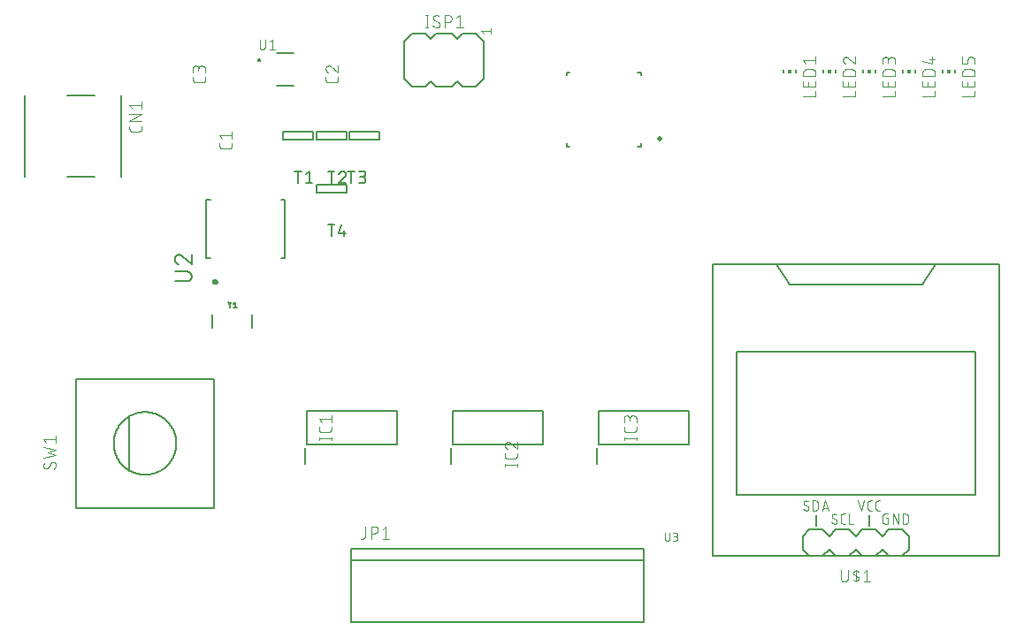
<source format=gbr>
G04 EAGLE Gerber RS-274X export*
G75*
%MOMM*%
%FSLAX34Y34*%
%LPD*%
%INSilkscreen Top*%
%IPPOS*%
%AMOC8*
5,1,8,0,0,1.08239X$1,22.5*%
G01*
%ADD10C,0.101600*%
%ADD11C,0.127000*%
%ADD12C,0.200000*%
%ADD13C,0.076200*%
%ADD14R,0.150000X0.300000*%
%ADD15R,0.300000X0.300000*%
%ADD16C,0.300000*%
%ADD17C,0.152400*%
%ADD18C,0.508000*%
%ADD19C,0.203200*%


D10*
X177292Y716901D02*
X177292Y714304D01*
X177290Y714205D01*
X177284Y714105D01*
X177275Y714006D01*
X177262Y713908D01*
X177245Y713810D01*
X177224Y713712D01*
X177199Y713616D01*
X177171Y713521D01*
X177139Y713427D01*
X177104Y713334D01*
X177065Y713242D01*
X177022Y713152D01*
X176977Y713064D01*
X176927Y712977D01*
X176875Y712893D01*
X176819Y712810D01*
X176761Y712730D01*
X176699Y712652D01*
X176634Y712577D01*
X176566Y712504D01*
X176496Y712434D01*
X176423Y712366D01*
X176348Y712301D01*
X176270Y712239D01*
X176190Y712181D01*
X176107Y712125D01*
X176023Y712073D01*
X175936Y712023D01*
X175848Y711978D01*
X175758Y711935D01*
X175666Y711896D01*
X175573Y711861D01*
X175479Y711829D01*
X175384Y711801D01*
X175288Y711776D01*
X175190Y711755D01*
X175092Y711738D01*
X174994Y711725D01*
X174895Y711716D01*
X174795Y711710D01*
X174696Y711708D01*
X168204Y711708D01*
X168105Y711710D01*
X168005Y711716D01*
X167906Y711725D01*
X167808Y711738D01*
X167710Y711756D01*
X167612Y711776D01*
X167516Y711801D01*
X167420Y711829D01*
X167326Y711861D01*
X167233Y711896D01*
X167142Y711935D01*
X167052Y711978D01*
X166963Y712023D01*
X166877Y712073D01*
X166792Y712125D01*
X166710Y712181D01*
X166630Y712240D01*
X166552Y712301D01*
X166476Y712366D01*
X166403Y712434D01*
X166333Y712504D01*
X166265Y712577D01*
X166200Y712653D01*
X166139Y712731D01*
X166080Y712811D01*
X166024Y712893D01*
X165972Y712978D01*
X165923Y713064D01*
X165877Y713153D01*
X165834Y713243D01*
X165795Y713334D01*
X165760Y713427D01*
X165728Y713521D01*
X165700Y713617D01*
X165675Y713713D01*
X165655Y713811D01*
X165637Y713909D01*
X165624Y714007D01*
X165615Y714106D01*
X165609Y714205D01*
X165607Y714305D01*
X165608Y714304D02*
X165608Y716901D01*
X168204Y721266D02*
X165608Y724512D01*
X177292Y724512D01*
X177292Y727757D02*
X177292Y721266D01*
D11*
X71400Y684900D02*
X71400Y762900D01*
X-20600Y762900D02*
X-20600Y684900D01*
X19400Y762900D02*
X46400Y762900D01*
X46400Y684900D02*
X19400Y684900D01*
X71400Y744900D02*
X71400Y755900D01*
X71400Y702900D02*
X71400Y691900D01*
D10*
X91092Y730847D02*
X91092Y733444D01*
X91092Y730847D02*
X91090Y730748D01*
X91084Y730648D01*
X91075Y730549D01*
X91062Y730451D01*
X91045Y730353D01*
X91024Y730255D01*
X90999Y730159D01*
X90971Y730064D01*
X90939Y729970D01*
X90904Y729877D01*
X90865Y729785D01*
X90822Y729695D01*
X90777Y729607D01*
X90727Y729520D01*
X90675Y729436D01*
X90619Y729353D01*
X90561Y729273D01*
X90499Y729195D01*
X90434Y729120D01*
X90366Y729047D01*
X90296Y728977D01*
X90223Y728909D01*
X90148Y728844D01*
X90070Y728782D01*
X89990Y728724D01*
X89907Y728668D01*
X89823Y728616D01*
X89736Y728566D01*
X89648Y728521D01*
X89558Y728478D01*
X89466Y728439D01*
X89373Y728404D01*
X89279Y728372D01*
X89184Y728344D01*
X89088Y728319D01*
X88990Y728298D01*
X88892Y728281D01*
X88794Y728268D01*
X88695Y728259D01*
X88595Y728253D01*
X88496Y728251D01*
X82004Y728251D01*
X82004Y728250D02*
X81905Y728252D01*
X81805Y728258D01*
X81706Y728267D01*
X81608Y728280D01*
X81510Y728298D01*
X81412Y728318D01*
X81316Y728343D01*
X81220Y728371D01*
X81126Y728403D01*
X81033Y728438D01*
X80942Y728477D01*
X80852Y728520D01*
X80763Y728565D01*
X80677Y728615D01*
X80592Y728667D01*
X80510Y728723D01*
X80430Y728782D01*
X80352Y728843D01*
X80276Y728908D01*
X80203Y728976D01*
X80133Y729046D01*
X80065Y729119D01*
X80000Y729195D01*
X79939Y729273D01*
X79880Y729353D01*
X79824Y729435D01*
X79772Y729520D01*
X79723Y729606D01*
X79677Y729695D01*
X79634Y729785D01*
X79595Y729876D01*
X79560Y729969D01*
X79528Y730063D01*
X79500Y730159D01*
X79475Y730255D01*
X79455Y730353D01*
X79437Y730451D01*
X79424Y730549D01*
X79415Y730648D01*
X79409Y730747D01*
X79407Y730847D01*
X79408Y730847D02*
X79408Y733444D01*
X79408Y738190D02*
X91092Y738190D01*
X91092Y744681D02*
X79408Y738190D01*
X79408Y744681D02*
X91092Y744681D01*
X82004Y750001D02*
X79408Y753246D01*
X91092Y753246D01*
X91092Y750001D02*
X91092Y756492D01*
D12*
X248850Y460500D02*
X248850Y428500D01*
X248850Y460500D02*
X335350Y460500D01*
X335350Y428500D01*
X248850Y428500D01*
X247250Y425000D02*
X247250Y409750D01*
D10*
X260858Y434192D02*
X272542Y434192D01*
X272542Y432894D02*
X272542Y435490D01*
X260858Y435490D02*
X260858Y432894D01*
X272542Y442654D02*
X272542Y445250D01*
X272542Y442654D02*
X272540Y442555D01*
X272534Y442455D01*
X272525Y442356D01*
X272512Y442258D01*
X272495Y442160D01*
X272474Y442062D01*
X272449Y441966D01*
X272421Y441871D01*
X272389Y441777D01*
X272354Y441684D01*
X272315Y441592D01*
X272272Y441502D01*
X272227Y441414D01*
X272177Y441327D01*
X272125Y441243D01*
X272069Y441160D01*
X272011Y441080D01*
X271949Y441002D01*
X271884Y440927D01*
X271816Y440854D01*
X271746Y440784D01*
X271673Y440716D01*
X271598Y440651D01*
X271520Y440589D01*
X271440Y440531D01*
X271357Y440475D01*
X271273Y440423D01*
X271186Y440373D01*
X271098Y440328D01*
X271008Y440285D01*
X270916Y440246D01*
X270823Y440211D01*
X270729Y440179D01*
X270634Y440151D01*
X270538Y440126D01*
X270440Y440105D01*
X270342Y440088D01*
X270244Y440075D01*
X270145Y440066D01*
X270045Y440060D01*
X269946Y440058D01*
X269946Y440057D02*
X263454Y440057D01*
X263355Y440059D01*
X263255Y440065D01*
X263156Y440074D01*
X263058Y440087D01*
X262960Y440105D01*
X262862Y440125D01*
X262766Y440150D01*
X262670Y440178D01*
X262576Y440210D01*
X262483Y440245D01*
X262392Y440284D01*
X262302Y440327D01*
X262213Y440372D01*
X262127Y440422D01*
X262042Y440474D01*
X261960Y440530D01*
X261880Y440589D01*
X261802Y440650D01*
X261726Y440715D01*
X261653Y440783D01*
X261583Y440853D01*
X261515Y440926D01*
X261450Y441002D01*
X261389Y441080D01*
X261330Y441160D01*
X261274Y441242D01*
X261222Y441327D01*
X261173Y441413D01*
X261127Y441502D01*
X261084Y441592D01*
X261045Y441683D01*
X261010Y441776D01*
X260978Y441870D01*
X260950Y441966D01*
X260925Y442062D01*
X260905Y442160D01*
X260887Y442258D01*
X260874Y442356D01*
X260865Y442455D01*
X260859Y442554D01*
X260857Y442654D01*
X260858Y442654D02*
X260858Y445250D01*
X263454Y449615D02*
X260858Y452861D01*
X272542Y452861D01*
X272542Y456106D02*
X272542Y449615D01*
D12*
X388550Y460500D02*
X388550Y428500D01*
X388550Y460500D02*
X475050Y460500D01*
X475050Y428500D01*
X388550Y428500D01*
X386950Y425000D02*
X386950Y409750D01*
D10*
X438658Y408792D02*
X450342Y408792D01*
X450342Y407494D02*
X450342Y410090D01*
X438658Y410090D02*
X438658Y407494D01*
X450342Y417254D02*
X450342Y419850D01*
X450342Y417254D02*
X450340Y417155D01*
X450334Y417055D01*
X450325Y416956D01*
X450312Y416858D01*
X450295Y416760D01*
X450274Y416662D01*
X450249Y416566D01*
X450221Y416471D01*
X450189Y416377D01*
X450154Y416284D01*
X450115Y416192D01*
X450072Y416102D01*
X450027Y416014D01*
X449977Y415927D01*
X449925Y415843D01*
X449869Y415760D01*
X449811Y415680D01*
X449749Y415602D01*
X449684Y415527D01*
X449616Y415454D01*
X449546Y415384D01*
X449473Y415316D01*
X449398Y415251D01*
X449320Y415189D01*
X449240Y415131D01*
X449157Y415075D01*
X449073Y415023D01*
X448986Y414973D01*
X448898Y414928D01*
X448808Y414885D01*
X448716Y414846D01*
X448623Y414811D01*
X448529Y414779D01*
X448434Y414751D01*
X448338Y414726D01*
X448240Y414705D01*
X448142Y414688D01*
X448044Y414675D01*
X447945Y414666D01*
X447845Y414660D01*
X447746Y414658D01*
X447746Y414657D02*
X441254Y414657D01*
X441155Y414659D01*
X441055Y414665D01*
X440956Y414674D01*
X440858Y414687D01*
X440760Y414705D01*
X440662Y414725D01*
X440566Y414750D01*
X440470Y414778D01*
X440376Y414810D01*
X440283Y414845D01*
X440192Y414884D01*
X440102Y414927D01*
X440013Y414972D01*
X439927Y415022D01*
X439842Y415074D01*
X439760Y415130D01*
X439680Y415189D01*
X439602Y415250D01*
X439526Y415315D01*
X439453Y415383D01*
X439383Y415453D01*
X439315Y415526D01*
X439250Y415602D01*
X439189Y415680D01*
X439130Y415760D01*
X439074Y415842D01*
X439022Y415927D01*
X438973Y416013D01*
X438927Y416102D01*
X438884Y416192D01*
X438845Y416283D01*
X438810Y416376D01*
X438778Y416470D01*
X438750Y416566D01*
X438725Y416662D01*
X438705Y416760D01*
X438687Y416858D01*
X438674Y416956D01*
X438665Y417055D01*
X438659Y417154D01*
X438657Y417254D01*
X438658Y417254D02*
X438658Y419850D01*
X438658Y427785D02*
X438660Y427892D01*
X438666Y427998D01*
X438676Y428104D01*
X438689Y428210D01*
X438707Y428316D01*
X438728Y428420D01*
X438753Y428524D01*
X438782Y428627D01*
X438814Y428728D01*
X438851Y428828D01*
X438891Y428927D01*
X438934Y429025D01*
X438981Y429121D01*
X439032Y429215D01*
X439086Y429307D01*
X439143Y429397D01*
X439203Y429485D01*
X439267Y429570D01*
X439334Y429653D01*
X439404Y429734D01*
X439476Y429812D01*
X439552Y429888D01*
X439630Y429960D01*
X439711Y430030D01*
X439794Y430097D01*
X439879Y430161D01*
X439967Y430221D01*
X440057Y430278D01*
X440149Y430332D01*
X440243Y430383D01*
X440339Y430430D01*
X440437Y430473D01*
X440536Y430513D01*
X440636Y430550D01*
X440737Y430582D01*
X440840Y430611D01*
X440944Y430636D01*
X441048Y430657D01*
X441154Y430675D01*
X441260Y430688D01*
X441366Y430698D01*
X441472Y430704D01*
X441579Y430706D01*
X438658Y427785D02*
X438660Y427664D01*
X438666Y427543D01*
X438676Y427423D01*
X438689Y427302D01*
X438707Y427183D01*
X438728Y427063D01*
X438753Y426945D01*
X438782Y426828D01*
X438815Y426711D01*
X438851Y426596D01*
X438892Y426482D01*
X438935Y426369D01*
X438983Y426257D01*
X439034Y426148D01*
X439089Y426040D01*
X439147Y425933D01*
X439208Y425829D01*
X439273Y425727D01*
X439341Y425627D01*
X439412Y425529D01*
X439486Y425433D01*
X439563Y425340D01*
X439644Y425250D01*
X439727Y425162D01*
X439813Y425077D01*
X439902Y424994D01*
X439993Y424915D01*
X440087Y424838D01*
X440183Y424765D01*
X440281Y424695D01*
X440382Y424628D01*
X440485Y424564D01*
X440590Y424504D01*
X440697Y424446D01*
X440805Y424393D01*
X440915Y424343D01*
X441027Y424297D01*
X441140Y424254D01*
X441255Y424215D01*
X443851Y429732D02*
X443773Y429811D01*
X443693Y429887D01*
X443610Y429960D01*
X443524Y430030D01*
X443437Y430097D01*
X443346Y430161D01*
X443254Y430221D01*
X443160Y430279D01*
X443063Y430333D01*
X442965Y430383D01*
X442865Y430430D01*
X442764Y430474D01*
X442661Y430514D01*
X442556Y430550D01*
X442451Y430582D01*
X442344Y430611D01*
X442237Y430636D01*
X442128Y430658D01*
X442019Y430675D01*
X441910Y430689D01*
X441800Y430698D01*
X441689Y430704D01*
X441579Y430706D01*
X443851Y429733D02*
X450342Y424215D01*
X450342Y430706D01*
D12*
X528250Y428500D02*
X528250Y460500D01*
X614750Y460500D01*
X614750Y428500D01*
X528250Y428500D01*
X526650Y425000D02*
X526650Y409750D01*
D10*
X552958Y434192D02*
X564642Y434192D01*
X564642Y432894D02*
X564642Y435490D01*
X552958Y435490D02*
X552958Y432894D01*
X564642Y442654D02*
X564642Y445250D01*
X564642Y442654D02*
X564640Y442555D01*
X564634Y442455D01*
X564625Y442356D01*
X564612Y442258D01*
X564595Y442160D01*
X564574Y442062D01*
X564549Y441966D01*
X564521Y441871D01*
X564489Y441777D01*
X564454Y441684D01*
X564415Y441592D01*
X564372Y441502D01*
X564327Y441414D01*
X564277Y441327D01*
X564225Y441243D01*
X564169Y441160D01*
X564111Y441080D01*
X564049Y441002D01*
X563984Y440927D01*
X563916Y440854D01*
X563846Y440784D01*
X563773Y440716D01*
X563698Y440651D01*
X563620Y440589D01*
X563540Y440531D01*
X563457Y440475D01*
X563373Y440423D01*
X563286Y440373D01*
X563198Y440328D01*
X563108Y440285D01*
X563016Y440246D01*
X562923Y440211D01*
X562829Y440179D01*
X562734Y440151D01*
X562638Y440126D01*
X562540Y440105D01*
X562442Y440088D01*
X562344Y440075D01*
X562245Y440066D01*
X562145Y440060D01*
X562046Y440058D01*
X562046Y440057D02*
X555554Y440057D01*
X555455Y440059D01*
X555355Y440065D01*
X555256Y440074D01*
X555158Y440087D01*
X555060Y440105D01*
X554962Y440125D01*
X554866Y440150D01*
X554770Y440178D01*
X554676Y440210D01*
X554583Y440245D01*
X554492Y440284D01*
X554402Y440327D01*
X554313Y440372D01*
X554227Y440422D01*
X554142Y440474D01*
X554060Y440530D01*
X553980Y440589D01*
X553902Y440650D01*
X553826Y440715D01*
X553753Y440783D01*
X553683Y440853D01*
X553615Y440926D01*
X553550Y441002D01*
X553489Y441080D01*
X553430Y441160D01*
X553374Y441242D01*
X553322Y441327D01*
X553273Y441413D01*
X553227Y441502D01*
X553184Y441592D01*
X553145Y441683D01*
X553110Y441776D01*
X553078Y441870D01*
X553050Y441966D01*
X553025Y442062D01*
X553005Y442160D01*
X552987Y442258D01*
X552974Y442356D01*
X552965Y442455D01*
X552959Y442554D01*
X552957Y442654D01*
X552958Y442654D02*
X552958Y445250D01*
X564642Y449615D02*
X564642Y452861D01*
X564640Y452974D01*
X564634Y453087D01*
X564624Y453200D01*
X564610Y453313D01*
X564593Y453425D01*
X564571Y453536D01*
X564546Y453646D01*
X564516Y453756D01*
X564483Y453864D01*
X564446Y453971D01*
X564406Y454077D01*
X564361Y454181D01*
X564313Y454284D01*
X564262Y454385D01*
X564207Y454484D01*
X564149Y454581D01*
X564087Y454676D01*
X564022Y454769D01*
X563954Y454859D01*
X563883Y454947D01*
X563808Y455033D01*
X563731Y455116D01*
X563651Y455196D01*
X563568Y455273D01*
X563482Y455348D01*
X563394Y455419D01*
X563304Y455487D01*
X563211Y455552D01*
X563116Y455614D01*
X563019Y455672D01*
X562920Y455727D01*
X562819Y455778D01*
X562716Y455826D01*
X562612Y455871D01*
X562506Y455911D01*
X562399Y455948D01*
X562291Y455981D01*
X562181Y456011D01*
X562071Y456036D01*
X561960Y456058D01*
X561848Y456075D01*
X561735Y456089D01*
X561622Y456099D01*
X561509Y456105D01*
X561396Y456107D01*
X561283Y456105D01*
X561170Y456099D01*
X561057Y456089D01*
X560944Y456075D01*
X560832Y456058D01*
X560721Y456036D01*
X560611Y456011D01*
X560501Y455981D01*
X560393Y455948D01*
X560286Y455911D01*
X560180Y455871D01*
X560076Y455826D01*
X559973Y455778D01*
X559872Y455727D01*
X559773Y455672D01*
X559676Y455614D01*
X559581Y455552D01*
X559488Y455487D01*
X559398Y455419D01*
X559310Y455348D01*
X559224Y455273D01*
X559141Y455196D01*
X559061Y455116D01*
X558984Y455033D01*
X558909Y454947D01*
X558838Y454859D01*
X558770Y454769D01*
X558705Y454676D01*
X558643Y454581D01*
X558585Y454484D01*
X558530Y454385D01*
X558479Y454284D01*
X558431Y454181D01*
X558386Y454077D01*
X558346Y453971D01*
X558309Y453864D01*
X558276Y453756D01*
X558246Y453646D01*
X558221Y453536D01*
X558199Y453425D01*
X558182Y453313D01*
X558168Y453200D01*
X558158Y453087D01*
X558152Y452974D01*
X558150Y452861D01*
X552958Y453510D02*
X552958Y449615D01*
X552958Y453510D02*
X552960Y453611D01*
X552966Y453711D01*
X552976Y453811D01*
X552989Y453911D01*
X553007Y454010D01*
X553028Y454109D01*
X553053Y454206D01*
X553082Y454303D01*
X553115Y454398D01*
X553151Y454492D01*
X553191Y454584D01*
X553234Y454675D01*
X553281Y454764D01*
X553331Y454851D01*
X553385Y454937D01*
X553442Y455020D01*
X553502Y455100D01*
X553565Y455179D01*
X553632Y455255D01*
X553701Y455328D01*
X553773Y455398D01*
X553847Y455466D01*
X553924Y455531D01*
X554004Y455592D01*
X554086Y455651D01*
X554170Y455706D01*
X554256Y455758D01*
X554344Y455807D01*
X554434Y455852D01*
X554526Y455894D01*
X554619Y455932D01*
X554714Y455966D01*
X554809Y455997D01*
X554906Y456024D01*
X555004Y456047D01*
X555103Y456067D01*
X555203Y456082D01*
X555303Y456094D01*
X555403Y456102D01*
X555504Y456106D01*
X555604Y456106D01*
X555705Y456102D01*
X555805Y456094D01*
X555905Y456082D01*
X556005Y456067D01*
X556104Y456047D01*
X556202Y456024D01*
X556299Y455997D01*
X556394Y455966D01*
X556489Y455932D01*
X556582Y455894D01*
X556674Y455852D01*
X556764Y455807D01*
X556852Y455758D01*
X556938Y455706D01*
X557022Y455651D01*
X557104Y455592D01*
X557184Y455531D01*
X557261Y455466D01*
X557335Y455398D01*
X557407Y455328D01*
X557476Y455255D01*
X557543Y455179D01*
X557606Y455100D01*
X557666Y455020D01*
X557723Y454937D01*
X557777Y454851D01*
X557827Y454764D01*
X557874Y454675D01*
X557917Y454584D01*
X557957Y454492D01*
X557993Y454398D01*
X558026Y454303D01*
X558055Y454206D01*
X558080Y454109D01*
X558101Y454010D01*
X558119Y453911D01*
X558132Y453811D01*
X558142Y453711D01*
X558148Y453611D01*
X558150Y453510D01*
X558151Y453510D02*
X558151Y450914D01*
D11*
X418347Y814715D02*
X410727Y822335D01*
X418347Y814715D02*
X418347Y779155D01*
X410727Y771535D01*
X398027Y771535D01*
X392947Y776615D01*
X387867Y771535D01*
X372627Y771535D01*
X367547Y776615D01*
X362467Y771535D01*
X349767Y771535D01*
X342147Y779155D01*
X342147Y814715D01*
X349767Y822335D01*
X362467Y822335D01*
X367547Y817255D01*
X372627Y822335D01*
X387867Y822335D01*
X392947Y817255D01*
X398027Y822335D01*
X410727Y822335D01*
D13*
X416188Y824423D02*
X418276Y821813D01*
X416188Y824423D02*
X425586Y824423D01*
X425586Y821813D02*
X425586Y827034D01*
D10*
X364273Y827923D02*
X364273Y839607D01*
X362975Y827923D02*
X365571Y827923D01*
X365571Y839607D02*
X362975Y839607D01*
X373685Y827923D02*
X373784Y827925D01*
X373884Y827931D01*
X373983Y827940D01*
X374081Y827953D01*
X374179Y827970D01*
X374277Y827991D01*
X374373Y828016D01*
X374468Y828044D01*
X374562Y828076D01*
X374655Y828111D01*
X374747Y828150D01*
X374837Y828193D01*
X374925Y828238D01*
X375012Y828288D01*
X375096Y828340D01*
X375179Y828396D01*
X375259Y828454D01*
X375337Y828516D01*
X375412Y828581D01*
X375485Y828649D01*
X375555Y828719D01*
X375623Y828792D01*
X375688Y828867D01*
X375750Y828945D01*
X375808Y829025D01*
X375864Y829108D01*
X375916Y829192D01*
X375966Y829279D01*
X376011Y829367D01*
X376054Y829457D01*
X376093Y829549D01*
X376128Y829642D01*
X376160Y829736D01*
X376188Y829831D01*
X376213Y829927D01*
X376234Y830025D01*
X376251Y830123D01*
X376264Y830221D01*
X376273Y830320D01*
X376279Y830420D01*
X376281Y830519D01*
X373685Y827923D02*
X373541Y827925D01*
X373396Y827931D01*
X373252Y827940D01*
X373109Y827953D01*
X372965Y827970D01*
X372822Y827991D01*
X372680Y828016D01*
X372539Y828044D01*
X372398Y828076D01*
X372258Y828112D01*
X372119Y828151D01*
X371981Y828194D01*
X371845Y828241D01*
X371709Y828291D01*
X371575Y828345D01*
X371443Y828402D01*
X371312Y828463D01*
X371183Y828527D01*
X371055Y828595D01*
X370929Y828665D01*
X370805Y828740D01*
X370684Y828817D01*
X370564Y828898D01*
X370446Y828981D01*
X370331Y829068D01*
X370218Y829158D01*
X370107Y829251D01*
X369999Y829346D01*
X369893Y829445D01*
X369790Y829546D01*
X370116Y837011D02*
X370118Y837110D01*
X370124Y837210D01*
X370133Y837309D01*
X370146Y837407D01*
X370163Y837505D01*
X370184Y837603D01*
X370209Y837699D01*
X370237Y837794D01*
X370269Y837888D01*
X370304Y837981D01*
X370343Y838073D01*
X370386Y838163D01*
X370431Y838251D01*
X370481Y838338D01*
X370533Y838422D01*
X370589Y838505D01*
X370647Y838585D01*
X370709Y838663D01*
X370774Y838738D01*
X370842Y838811D01*
X370912Y838881D01*
X370985Y838949D01*
X371060Y839014D01*
X371138Y839076D01*
X371218Y839134D01*
X371301Y839190D01*
X371385Y839242D01*
X371472Y839292D01*
X371560Y839337D01*
X371650Y839380D01*
X371742Y839419D01*
X371835Y839454D01*
X371929Y839486D01*
X372024Y839514D01*
X372121Y839539D01*
X372218Y839560D01*
X372316Y839577D01*
X372414Y839590D01*
X372513Y839599D01*
X372613Y839605D01*
X372712Y839607D01*
X372848Y839605D01*
X372984Y839599D01*
X373120Y839590D01*
X373256Y839577D01*
X373391Y839559D01*
X373525Y839539D01*
X373659Y839514D01*
X373793Y839486D01*
X373925Y839453D01*
X374056Y839418D01*
X374187Y839378D01*
X374316Y839335D01*
X374444Y839289D01*
X374570Y839238D01*
X374696Y839185D01*
X374819Y839127D01*
X374941Y839067D01*
X375061Y839003D01*
X375180Y838935D01*
X375296Y838865D01*
X375410Y838791D01*
X375523Y838714D01*
X375633Y838633D01*
X371413Y834739D02*
X371327Y834792D01*
X371243Y834849D01*
X371161Y834908D01*
X371081Y834971D01*
X371004Y835037D01*
X370929Y835105D01*
X370857Y835177D01*
X370788Y835251D01*
X370722Y835328D01*
X370659Y835407D01*
X370599Y835489D01*
X370542Y835573D01*
X370488Y835659D01*
X370438Y835747D01*
X370391Y835837D01*
X370347Y835928D01*
X370308Y836022D01*
X370271Y836116D01*
X370239Y836212D01*
X370210Y836310D01*
X370185Y836408D01*
X370164Y836507D01*
X370146Y836607D01*
X370133Y836707D01*
X370123Y836808D01*
X370117Y836910D01*
X370115Y837011D01*
X374984Y832791D02*
X375070Y832738D01*
X375154Y832681D01*
X375236Y832622D01*
X375316Y832559D01*
X375393Y832493D01*
X375468Y832425D01*
X375540Y832353D01*
X375609Y832279D01*
X375675Y832202D01*
X375738Y832123D01*
X375798Y832041D01*
X375855Y831957D01*
X375909Y831871D01*
X375959Y831783D01*
X376006Y831693D01*
X376050Y831602D01*
X376089Y831508D01*
X376126Y831414D01*
X376158Y831318D01*
X376187Y831220D01*
X376212Y831122D01*
X376233Y831023D01*
X376251Y830923D01*
X376264Y830823D01*
X376274Y830722D01*
X376280Y830620D01*
X376282Y830519D01*
X374984Y832791D02*
X371413Y834739D01*
X381390Y839607D02*
X381390Y827923D01*
X381390Y839607D02*
X384636Y839607D01*
X384749Y839605D01*
X384862Y839599D01*
X384975Y839589D01*
X385088Y839575D01*
X385200Y839558D01*
X385311Y839536D01*
X385421Y839511D01*
X385531Y839481D01*
X385639Y839448D01*
X385746Y839411D01*
X385852Y839371D01*
X385956Y839326D01*
X386059Y839278D01*
X386160Y839227D01*
X386259Y839172D01*
X386356Y839114D01*
X386451Y839052D01*
X386544Y838987D01*
X386634Y838919D01*
X386722Y838848D01*
X386808Y838773D01*
X386891Y838696D01*
X386971Y838616D01*
X387048Y838533D01*
X387123Y838447D01*
X387194Y838359D01*
X387262Y838269D01*
X387327Y838176D01*
X387389Y838081D01*
X387447Y837984D01*
X387502Y837885D01*
X387553Y837784D01*
X387601Y837681D01*
X387646Y837577D01*
X387686Y837471D01*
X387723Y837364D01*
X387756Y837256D01*
X387786Y837146D01*
X387811Y837036D01*
X387833Y836925D01*
X387850Y836813D01*
X387864Y836700D01*
X387874Y836587D01*
X387880Y836474D01*
X387882Y836361D01*
X387880Y836248D01*
X387874Y836135D01*
X387864Y836022D01*
X387850Y835909D01*
X387833Y835797D01*
X387811Y835686D01*
X387786Y835576D01*
X387756Y835466D01*
X387723Y835358D01*
X387686Y835251D01*
X387646Y835145D01*
X387601Y835041D01*
X387553Y834938D01*
X387502Y834837D01*
X387447Y834738D01*
X387389Y834641D01*
X387327Y834546D01*
X387262Y834453D01*
X387194Y834363D01*
X387123Y834275D01*
X387048Y834189D01*
X386971Y834106D01*
X386891Y834026D01*
X386808Y833949D01*
X386722Y833874D01*
X386634Y833803D01*
X386544Y833735D01*
X386451Y833670D01*
X386356Y833608D01*
X386259Y833550D01*
X386160Y833495D01*
X386059Y833444D01*
X385956Y833396D01*
X385852Y833351D01*
X385746Y833311D01*
X385639Y833274D01*
X385531Y833241D01*
X385421Y833211D01*
X385311Y833186D01*
X385200Y833164D01*
X385088Y833147D01*
X384975Y833133D01*
X384862Y833123D01*
X384749Y833117D01*
X384636Y833115D01*
X384636Y833116D02*
X381390Y833116D01*
X392270Y837011D02*
X395515Y839607D01*
X395515Y827923D01*
X392270Y827923D02*
X398761Y827923D01*
D11*
X571800Y317100D02*
X571800Y258100D01*
X571800Y317100D02*
X571800Y328100D01*
X291800Y328100D01*
X291800Y317100D01*
X291800Y258100D01*
X571800Y258100D01*
X571800Y317100D02*
X291800Y317100D01*
D10*
X305003Y340604D02*
X305003Y349692D01*
X305002Y340604D02*
X305000Y340505D01*
X304994Y340405D01*
X304985Y340306D01*
X304972Y340208D01*
X304955Y340110D01*
X304934Y340012D01*
X304909Y339916D01*
X304881Y339821D01*
X304849Y339727D01*
X304814Y339634D01*
X304775Y339542D01*
X304732Y339452D01*
X304687Y339364D01*
X304637Y339277D01*
X304585Y339193D01*
X304529Y339110D01*
X304471Y339030D01*
X304409Y338952D01*
X304344Y338877D01*
X304276Y338804D01*
X304206Y338734D01*
X304133Y338666D01*
X304058Y338601D01*
X303980Y338539D01*
X303900Y338481D01*
X303817Y338425D01*
X303733Y338373D01*
X303646Y338323D01*
X303558Y338278D01*
X303468Y338235D01*
X303376Y338196D01*
X303283Y338161D01*
X303189Y338129D01*
X303094Y338101D01*
X302998Y338076D01*
X302900Y338055D01*
X302802Y338038D01*
X302704Y338025D01*
X302605Y338016D01*
X302505Y338010D01*
X302406Y338008D01*
X301108Y338008D01*
X310826Y338008D02*
X310826Y349692D01*
X314072Y349692D01*
X314185Y349690D01*
X314298Y349684D01*
X314411Y349674D01*
X314524Y349660D01*
X314636Y349643D01*
X314747Y349621D01*
X314857Y349596D01*
X314967Y349566D01*
X315075Y349533D01*
X315182Y349496D01*
X315288Y349456D01*
X315392Y349411D01*
X315495Y349363D01*
X315596Y349312D01*
X315695Y349257D01*
X315792Y349199D01*
X315887Y349137D01*
X315980Y349072D01*
X316070Y349004D01*
X316158Y348933D01*
X316244Y348858D01*
X316327Y348781D01*
X316407Y348701D01*
X316484Y348618D01*
X316559Y348532D01*
X316630Y348444D01*
X316698Y348354D01*
X316763Y348261D01*
X316825Y348166D01*
X316883Y348069D01*
X316938Y347970D01*
X316989Y347869D01*
X317037Y347766D01*
X317082Y347662D01*
X317122Y347556D01*
X317159Y347449D01*
X317192Y347341D01*
X317222Y347231D01*
X317247Y347121D01*
X317269Y347010D01*
X317286Y346898D01*
X317300Y346785D01*
X317310Y346672D01*
X317316Y346559D01*
X317318Y346446D01*
X317316Y346333D01*
X317310Y346220D01*
X317300Y346107D01*
X317286Y345994D01*
X317269Y345882D01*
X317247Y345771D01*
X317222Y345661D01*
X317192Y345551D01*
X317159Y345443D01*
X317122Y345336D01*
X317082Y345230D01*
X317037Y345126D01*
X316989Y345023D01*
X316938Y344922D01*
X316883Y344823D01*
X316825Y344726D01*
X316763Y344631D01*
X316698Y344538D01*
X316630Y344448D01*
X316559Y344360D01*
X316484Y344274D01*
X316407Y344191D01*
X316327Y344111D01*
X316244Y344034D01*
X316158Y343959D01*
X316070Y343888D01*
X315980Y343820D01*
X315887Y343755D01*
X315792Y343693D01*
X315695Y343635D01*
X315596Y343580D01*
X315495Y343529D01*
X315392Y343481D01*
X315288Y343436D01*
X315182Y343396D01*
X315075Y343359D01*
X314967Y343326D01*
X314857Y343296D01*
X314747Y343271D01*
X314636Y343249D01*
X314524Y343232D01*
X314411Y343218D01*
X314298Y343208D01*
X314185Y343202D01*
X314072Y343200D01*
X314072Y343201D02*
X310826Y343201D01*
X321706Y347096D02*
X324952Y349692D01*
X324952Y338008D01*
X328197Y338008D02*
X321706Y338008D01*
D14*
X717200Y785900D03*
X705200Y785900D03*
D15*
X711200Y785900D03*
D10*
X724408Y761501D02*
X736092Y761501D01*
X736092Y766693D01*
X736092Y771407D02*
X736092Y776599D01*
X736092Y771407D02*
X724408Y771407D01*
X724408Y776599D01*
X729601Y775301D02*
X729601Y771407D01*
X724408Y781290D02*
X736092Y781290D01*
X724408Y781290D02*
X724408Y784535D01*
X724410Y784648D01*
X724416Y784761D01*
X724426Y784874D01*
X724440Y784987D01*
X724457Y785099D01*
X724479Y785210D01*
X724504Y785320D01*
X724534Y785430D01*
X724567Y785538D01*
X724604Y785645D01*
X724644Y785751D01*
X724689Y785855D01*
X724737Y785958D01*
X724788Y786059D01*
X724843Y786158D01*
X724901Y786255D01*
X724963Y786350D01*
X725028Y786443D01*
X725096Y786533D01*
X725167Y786621D01*
X725242Y786707D01*
X725319Y786790D01*
X725399Y786870D01*
X725482Y786947D01*
X725568Y787022D01*
X725656Y787093D01*
X725746Y787161D01*
X725839Y787226D01*
X725934Y787288D01*
X726031Y787346D01*
X726130Y787401D01*
X726231Y787452D01*
X726334Y787500D01*
X726438Y787545D01*
X726544Y787585D01*
X726651Y787622D01*
X726759Y787655D01*
X726869Y787685D01*
X726979Y787710D01*
X727090Y787732D01*
X727202Y787749D01*
X727315Y787763D01*
X727428Y787773D01*
X727541Y787779D01*
X727654Y787781D01*
X732846Y787781D01*
X732846Y787782D02*
X732959Y787780D01*
X733072Y787774D01*
X733185Y787764D01*
X733298Y787750D01*
X733410Y787733D01*
X733521Y787711D01*
X733631Y787686D01*
X733741Y787656D01*
X733849Y787623D01*
X733956Y787586D01*
X734062Y787546D01*
X734166Y787501D01*
X734269Y787453D01*
X734370Y787402D01*
X734469Y787347D01*
X734566Y787289D01*
X734661Y787227D01*
X734754Y787162D01*
X734844Y787094D01*
X734932Y787023D01*
X735018Y786948D01*
X735101Y786871D01*
X735181Y786791D01*
X735258Y786708D01*
X735333Y786622D01*
X735404Y786534D01*
X735472Y786444D01*
X735537Y786351D01*
X735599Y786256D01*
X735657Y786159D01*
X735712Y786060D01*
X735763Y785959D01*
X735811Y785856D01*
X735856Y785752D01*
X735896Y785646D01*
X735933Y785539D01*
X735966Y785431D01*
X735996Y785321D01*
X736021Y785211D01*
X736043Y785100D01*
X736060Y784988D01*
X736074Y784875D01*
X736084Y784762D01*
X736090Y784649D01*
X736092Y784536D01*
X736092Y784535D02*
X736092Y781290D01*
X727004Y793101D02*
X724408Y796346D01*
X736092Y796346D01*
X736092Y793101D02*
X736092Y799592D01*
D14*
X755300Y785900D03*
X743300Y785900D03*
D15*
X749300Y785900D03*
D10*
X762508Y761501D02*
X774192Y761501D01*
X774192Y766693D01*
X774192Y771407D02*
X774192Y776599D01*
X774192Y771407D02*
X762508Y771407D01*
X762508Y776599D01*
X767701Y775301D02*
X767701Y771407D01*
X762508Y781290D02*
X774192Y781290D01*
X762508Y781290D02*
X762508Y784535D01*
X762510Y784648D01*
X762516Y784761D01*
X762526Y784874D01*
X762540Y784987D01*
X762557Y785099D01*
X762579Y785210D01*
X762604Y785320D01*
X762634Y785430D01*
X762667Y785538D01*
X762704Y785645D01*
X762744Y785751D01*
X762789Y785855D01*
X762837Y785958D01*
X762888Y786059D01*
X762943Y786158D01*
X763001Y786255D01*
X763063Y786350D01*
X763128Y786443D01*
X763196Y786533D01*
X763267Y786621D01*
X763342Y786707D01*
X763419Y786790D01*
X763499Y786870D01*
X763582Y786947D01*
X763668Y787022D01*
X763756Y787093D01*
X763846Y787161D01*
X763939Y787226D01*
X764034Y787288D01*
X764131Y787346D01*
X764230Y787401D01*
X764331Y787452D01*
X764434Y787500D01*
X764538Y787545D01*
X764644Y787585D01*
X764751Y787622D01*
X764859Y787655D01*
X764969Y787685D01*
X765079Y787710D01*
X765190Y787732D01*
X765302Y787749D01*
X765415Y787763D01*
X765528Y787773D01*
X765641Y787779D01*
X765754Y787781D01*
X770946Y787781D01*
X770946Y787782D02*
X771059Y787780D01*
X771172Y787774D01*
X771285Y787764D01*
X771398Y787750D01*
X771510Y787733D01*
X771621Y787711D01*
X771731Y787686D01*
X771841Y787656D01*
X771949Y787623D01*
X772056Y787586D01*
X772162Y787546D01*
X772266Y787501D01*
X772369Y787453D01*
X772470Y787402D01*
X772569Y787347D01*
X772666Y787289D01*
X772761Y787227D01*
X772854Y787162D01*
X772944Y787094D01*
X773032Y787023D01*
X773118Y786948D01*
X773201Y786871D01*
X773281Y786791D01*
X773358Y786708D01*
X773433Y786622D01*
X773504Y786534D01*
X773572Y786444D01*
X773637Y786351D01*
X773699Y786256D01*
X773757Y786159D01*
X773812Y786060D01*
X773863Y785959D01*
X773911Y785856D01*
X773956Y785752D01*
X773996Y785646D01*
X774033Y785539D01*
X774066Y785431D01*
X774096Y785321D01*
X774121Y785211D01*
X774143Y785100D01*
X774160Y784988D01*
X774174Y784875D01*
X774184Y784762D01*
X774190Y784649D01*
X774192Y784536D01*
X774192Y784535D02*
X774192Y781290D01*
X762508Y796671D02*
X762510Y796778D01*
X762516Y796884D01*
X762526Y796990D01*
X762539Y797096D01*
X762557Y797202D01*
X762578Y797306D01*
X762603Y797410D01*
X762632Y797513D01*
X762664Y797614D01*
X762701Y797714D01*
X762741Y797813D01*
X762784Y797911D01*
X762831Y798007D01*
X762882Y798101D01*
X762936Y798193D01*
X762993Y798283D01*
X763053Y798371D01*
X763117Y798456D01*
X763184Y798539D01*
X763254Y798620D01*
X763326Y798698D01*
X763402Y798774D01*
X763480Y798846D01*
X763561Y798916D01*
X763644Y798983D01*
X763729Y799047D01*
X763817Y799107D01*
X763907Y799164D01*
X763999Y799218D01*
X764093Y799269D01*
X764189Y799316D01*
X764287Y799359D01*
X764386Y799399D01*
X764486Y799436D01*
X764587Y799468D01*
X764690Y799497D01*
X764794Y799522D01*
X764898Y799543D01*
X765004Y799561D01*
X765110Y799574D01*
X765216Y799584D01*
X765322Y799590D01*
X765429Y799592D01*
X762508Y796671D02*
X762510Y796550D01*
X762516Y796429D01*
X762526Y796309D01*
X762539Y796188D01*
X762557Y796069D01*
X762578Y795949D01*
X762603Y795831D01*
X762632Y795714D01*
X762665Y795597D01*
X762701Y795482D01*
X762742Y795368D01*
X762785Y795255D01*
X762833Y795143D01*
X762884Y795034D01*
X762939Y794926D01*
X762997Y794819D01*
X763058Y794715D01*
X763123Y794613D01*
X763191Y794513D01*
X763262Y794415D01*
X763336Y794319D01*
X763413Y794226D01*
X763494Y794136D01*
X763577Y794048D01*
X763663Y793963D01*
X763752Y793880D01*
X763843Y793801D01*
X763937Y793724D01*
X764033Y793651D01*
X764131Y793581D01*
X764232Y793514D01*
X764335Y793450D01*
X764440Y793390D01*
X764547Y793332D01*
X764655Y793279D01*
X764765Y793229D01*
X764877Y793183D01*
X764990Y793140D01*
X765105Y793101D01*
X767701Y798618D02*
X767623Y798697D01*
X767543Y798773D01*
X767460Y798846D01*
X767374Y798916D01*
X767287Y798983D01*
X767196Y799047D01*
X767104Y799107D01*
X767010Y799165D01*
X766913Y799219D01*
X766815Y799269D01*
X766715Y799316D01*
X766614Y799360D01*
X766511Y799400D01*
X766406Y799436D01*
X766301Y799468D01*
X766194Y799497D01*
X766087Y799522D01*
X765978Y799544D01*
X765869Y799561D01*
X765760Y799575D01*
X765650Y799584D01*
X765539Y799590D01*
X765429Y799592D01*
X767701Y798618D02*
X774192Y793101D01*
X774192Y799592D01*
D14*
X793400Y785900D03*
X781400Y785900D03*
D15*
X787400Y785900D03*
D10*
X800608Y761501D02*
X812292Y761501D01*
X812292Y766693D01*
X812292Y771407D02*
X812292Y776599D01*
X812292Y771407D02*
X800608Y771407D01*
X800608Y776599D01*
X805801Y775301D02*
X805801Y771407D01*
X800608Y781290D02*
X812292Y781290D01*
X800608Y781290D02*
X800608Y784535D01*
X800610Y784648D01*
X800616Y784761D01*
X800626Y784874D01*
X800640Y784987D01*
X800657Y785099D01*
X800679Y785210D01*
X800704Y785320D01*
X800734Y785430D01*
X800767Y785538D01*
X800804Y785645D01*
X800844Y785751D01*
X800889Y785855D01*
X800937Y785958D01*
X800988Y786059D01*
X801043Y786158D01*
X801101Y786255D01*
X801163Y786350D01*
X801228Y786443D01*
X801296Y786533D01*
X801367Y786621D01*
X801442Y786707D01*
X801519Y786790D01*
X801599Y786870D01*
X801682Y786947D01*
X801768Y787022D01*
X801856Y787093D01*
X801946Y787161D01*
X802039Y787226D01*
X802134Y787288D01*
X802231Y787346D01*
X802330Y787401D01*
X802431Y787452D01*
X802534Y787500D01*
X802638Y787545D01*
X802744Y787585D01*
X802851Y787622D01*
X802959Y787655D01*
X803069Y787685D01*
X803179Y787710D01*
X803290Y787732D01*
X803402Y787749D01*
X803515Y787763D01*
X803628Y787773D01*
X803741Y787779D01*
X803854Y787781D01*
X809046Y787781D01*
X809046Y787782D02*
X809159Y787780D01*
X809272Y787774D01*
X809385Y787764D01*
X809498Y787750D01*
X809610Y787733D01*
X809721Y787711D01*
X809831Y787686D01*
X809941Y787656D01*
X810049Y787623D01*
X810156Y787586D01*
X810262Y787546D01*
X810366Y787501D01*
X810469Y787453D01*
X810570Y787402D01*
X810669Y787347D01*
X810766Y787289D01*
X810861Y787227D01*
X810954Y787162D01*
X811044Y787094D01*
X811132Y787023D01*
X811218Y786948D01*
X811301Y786871D01*
X811381Y786791D01*
X811458Y786708D01*
X811533Y786622D01*
X811604Y786534D01*
X811672Y786444D01*
X811737Y786351D01*
X811799Y786256D01*
X811857Y786159D01*
X811912Y786060D01*
X811963Y785959D01*
X812011Y785856D01*
X812056Y785752D01*
X812096Y785646D01*
X812133Y785539D01*
X812166Y785431D01*
X812196Y785321D01*
X812221Y785211D01*
X812243Y785100D01*
X812260Y784988D01*
X812274Y784875D01*
X812284Y784762D01*
X812290Y784649D01*
X812292Y784536D01*
X812292Y784535D02*
X812292Y781290D01*
X812292Y793101D02*
X812292Y796346D01*
X812290Y796459D01*
X812284Y796572D01*
X812274Y796685D01*
X812260Y796798D01*
X812243Y796910D01*
X812221Y797021D01*
X812196Y797131D01*
X812166Y797241D01*
X812133Y797349D01*
X812096Y797456D01*
X812056Y797562D01*
X812011Y797666D01*
X811963Y797769D01*
X811912Y797870D01*
X811857Y797969D01*
X811799Y798066D01*
X811737Y798161D01*
X811672Y798254D01*
X811604Y798344D01*
X811533Y798432D01*
X811458Y798518D01*
X811381Y798601D01*
X811301Y798681D01*
X811218Y798758D01*
X811132Y798833D01*
X811044Y798904D01*
X810954Y798972D01*
X810861Y799037D01*
X810766Y799099D01*
X810669Y799157D01*
X810570Y799212D01*
X810469Y799263D01*
X810366Y799311D01*
X810262Y799356D01*
X810156Y799396D01*
X810049Y799433D01*
X809941Y799466D01*
X809831Y799496D01*
X809721Y799521D01*
X809610Y799543D01*
X809498Y799560D01*
X809385Y799574D01*
X809272Y799584D01*
X809159Y799590D01*
X809046Y799592D01*
X808933Y799590D01*
X808820Y799584D01*
X808707Y799574D01*
X808594Y799560D01*
X808482Y799543D01*
X808371Y799521D01*
X808261Y799496D01*
X808151Y799466D01*
X808043Y799433D01*
X807936Y799396D01*
X807830Y799356D01*
X807726Y799311D01*
X807623Y799263D01*
X807522Y799212D01*
X807423Y799157D01*
X807326Y799099D01*
X807231Y799037D01*
X807138Y798972D01*
X807048Y798904D01*
X806960Y798833D01*
X806874Y798758D01*
X806791Y798681D01*
X806711Y798601D01*
X806634Y798518D01*
X806559Y798432D01*
X806488Y798344D01*
X806420Y798254D01*
X806355Y798161D01*
X806293Y798066D01*
X806235Y797969D01*
X806180Y797870D01*
X806129Y797769D01*
X806081Y797666D01*
X806036Y797562D01*
X805996Y797456D01*
X805959Y797349D01*
X805926Y797241D01*
X805896Y797131D01*
X805871Y797021D01*
X805849Y796910D01*
X805832Y796798D01*
X805818Y796685D01*
X805808Y796572D01*
X805802Y796459D01*
X805800Y796346D01*
X800608Y796996D02*
X800608Y793101D01*
X800608Y796996D02*
X800610Y797097D01*
X800616Y797197D01*
X800626Y797297D01*
X800639Y797397D01*
X800657Y797496D01*
X800678Y797595D01*
X800703Y797692D01*
X800732Y797789D01*
X800765Y797884D01*
X800801Y797978D01*
X800841Y798070D01*
X800884Y798161D01*
X800931Y798250D01*
X800981Y798337D01*
X801035Y798423D01*
X801092Y798506D01*
X801152Y798586D01*
X801215Y798665D01*
X801282Y798741D01*
X801351Y798814D01*
X801423Y798884D01*
X801497Y798952D01*
X801574Y799017D01*
X801654Y799078D01*
X801736Y799137D01*
X801820Y799192D01*
X801906Y799244D01*
X801994Y799293D01*
X802084Y799338D01*
X802176Y799380D01*
X802269Y799418D01*
X802364Y799452D01*
X802459Y799483D01*
X802556Y799510D01*
X802654Y799533D01*
X802753Y799553D01*
X802853Y799568D01*
X802953Y799580D01*
X803053Y799588D01*
X803154Y799592D01*
X803254Y799592D01*
X803355Y799588D01*
X803455Y799580D01*
X803555Y799568D01*
X803655Y799553D01*
X803754Y799533D01*
X803852Y799510D01*
X803949Y799483D01*
X804044Y799452D01*
X804139Y799418D01*
X804232Y799380D01*
X804324Y799338D01*
X804414Y799293D01*
X804502Y799244D01*
X804588Y799192D01*
X804672Y799137D01*
X804754Y799078D01*
X804834Y799017D01*
X804911Y798952D01*
X804985Y798884D01*
X805057Y798814D01*
X805126Y798741D01*
X805193Y798665D01*
X805256Y798586D01*
X805316Y798506D01*
X805373Y798423D01*
X805427Y798337D01*
X805477Y798250D01*
X805524Y798161D01*
X805567Y798070D01*
X805607Y797978D01*
X805643Y797884D01*
X805676Y797789D01*
X805705Y797692D01*
X805730Y797595D01*
X805751Y797496D01*
X805769Y797397D01*
X805782Y797297D01*
X805792Y797197D01*
X805798Y797097D01*
X805800Y796996D01*
X805801Y796996D02*
X805801Y794399D01*
D14*
X831500Y785900D03*
X819500Y785900D03*
D15*
X825500Y785900D03*
D10*
X838708Y761501D02*
X850392Y761501D01*
X850392Y766693D01*
X850392Y771407D02*
X850392Y776599D01*
X850392Y771407D02*
X838708Y771407D01*
X838708Y776599D01*
X843901Y775301D02*
X843901Y771407D01*
X838708Y781290D02*
X850392Y781290D01*
X838708Y781290D02*
X838708Y784535D01*
X838710Y784648D01*
X838716Y784761D01*
X838726Y784874D01*
X838740Y784987D01*
X838757Y785099D01*
X838779Y785210D01*
X838804Y785320D01*
X838834Y785430D01*
X838867Y785538D01*
X838904Y785645D01*
X838944Y785751D01*
X838989Y785855D01*
X839037Y785958D01*
X839088Y786059D01*
X839143Y786158D01*
X839201Y786255D01*
X839263Y786350D01*
X839328Y786443D01*
X839396Y786533D01*
X839467Y786621D01*
X839542Y786707D01*
X839619Y786790D01*
X839699Y786870D01*
X839782Y786947D01*
X839868Y787022D01*
X839956Y787093D01*
X840046Y787161D01*
X840139Y787226D01*
X840234Y787288D01*
X840331Y787346D01*
X840430Y787401D01*
X840531Y787452D01*
X840634Y787500D01*
X840738Y787545D01*
X840844Y787585D01*
X840951Y787622D01*
X841059Y787655D01*
X841169Y787685D01*
X841279Y787710D01*
X841390Y787732D01*
X841502Y787749D01*
X841615Y787763D01*
X841728Y787773D01*
X841841Y787779D01*
X841954Y787781D01*
X847146Y787781D01*
X847146Y787782D02*
X847259Y787780D01*
X847372Y787774D01*
X847485Y787764D01*
X847598Y787750D01*
X847710Y787733D01*
X847821Y787711D01*
X847931Y787686D01*
X848041Y787656D01*
X848149Y787623D01*
X848256Y787586D01*
X848362Y787546D01*
X848466Y787501D01*
X848569Y787453D01*
X848670Y787402D01*
X848769Y787347D01*
X848866Y787289D01*
X848961Y787227D01*
X849054Y787162D01*
X849144Y787094D01*
X849232Y787023D01*
X849318Y786948D01*
X849401Y786871D01*
X849481Y786791D01*
X849558Y786708D01*
X849633Y786622D01*
X849704Y786534D01*
X849772Y786444D01*
X849837Y786351D01*
X849899Y786256D01*
X849957Y786159D01*
X850012Y786060D01*
X850063Y785959D01*
X850111Y785856D01*
X850156Y785752D01*
X850196Y785646D01*
X850233Y785539D01*
X850266Y785431D01*
X850296Y785321D01*
X850321Y785211D01*
X850343Y785100D01*
X850360Y784988D01*
X850374Y784875D01*
X850384Y784762D01*
X850390Y784649D01*
X850392Y784536D01*
X850392Y784535D02*
X850392Y781290D01*
X847796Y793101D02*
X838708Y795697D01*
X847796Y793101D02*
X847796Y799592D01*
X845199Y797645D02*
X850392Y797645D01*
D14*
X869600Y785900D03*
X857600Y785900D03*
D15*
X863600Y785900D03*
D10*
X876808Y761501D02*
X888492Y761501D01*
X888492Y766693D01*
X888492Y771407D02*
X888492Y776599D01*
X888492Y771407D02*
X876808Y771407D01*
X876808Y776599D01*
X882001Y775301D02*
X882001Y771407D01*
X876808Y781290D02*
X888492Y781290D01*
X876808Y781290D02*
X876808Y784535D01*
X876810Y784648D01*
X876816Y784761D01*
X876826Y784874D01*
X876840Y784987D01*
X876857Y785099D01*
X876879Y785210D01*
X876904Y785320D01*
X876934Y785430D01*
X876967Y785538D01*
X877004Y785645D01*
X877044Y785751D01*
X877089Y785855D01*
X877137Y785958D01*
X877188Y786059D01*
X877243Y786158D01*
X877301Y786255D01*
X877363Y786350D01*
X877428Y786443D01*
X877496Y786533D01*
X877567Y786621D01*
X877642Y786707D01*
X877719Y786790D01*
X877799Y786870D01*
X877882Y786947D01*
X877968Y787022D01*
X878056Y787093D01*
X878146Y787161D01*
X878239Y787226D01*
X878334Y787288D01*
X878431Y787346D01*
X878530Y787401D01*
X878631Y787452D01*
X878734Y787500D01*
X878838Y787545D01*
X878944Y787585D01*
X879051Y787622D01*
X879159Y787655D01*
X879269Y787685D01*
X879379Y787710D01*
X879490Y787732D01*
X879602Y787749D01*
X879715Y787763D01*
X879828Y787773D01*
X879941Y787779D01*
X880054Y787781D01*
X885246Y787781D01*
X885246Y787782D02*
X885359Y787780D01*
X885472Y787774D01*
X885585Y787764D01*
X885698Y787750D01*
X885810Y787733D01*
X885921Y787711D01*
X886031Y787686D01*
X886141Y787656D01*
X886249Y787623D01*
X886356Y787586D01*
X886462Y787546D01*
X886566Y787501D01*
X886669Y787453D01*
X886770Y787402D01*
X886869Y787347D01*
X886966Y787289D01*
X887061Y787227D01*
X887154Y787162D01*
X887244Y787094D01*
X887332Y787023D01*
X887418Y786948D01*
X887501Y786871D01*
X887581Y786791D01*
X887658Y786708D01*
X887733Y786622D01*
X887804Y786534D01*
X887872Y786444D01*
X887937Y786351D01*
X887999Y786256D01*
X888057Y786159D01*
X888112Y786060D01*
X888163Y785959D01*
X888211Y785856D01*
X888256Y785752D01*
X888296Y785646D01*
X888333Y785539D01*
X888366Y785431D01*
X888396Y785321D01*
X888421Y785211D01*
X888443Y785100D01*
X888460Y784988D01*
X888474Y784875D01*
X888484Y784762D01*
X888490Y784649D01*
X888492Y784536D01*
X888492Y784535D02*
X888492Y781290D01*
X888492Y793101D02*
X888492Y796996D01*
X888490Y797095D01*
X888484Y797195D01*
X888475Y797294D01*
X888462Y797392D01*
X888445Y797490D01*
X888424Y797588D01*
X888399Y797684D01*
X888371Y797779D01*
X888339Y797873D01*
X888304Y797966D01*
X888265Y798058D01*
X888222Y798148D01*
X888177Y798236D01*
X888127Y798323D01*
X888075Y798407D01*
X888019Y798490D01*
X887961Y798570D01*
X887899Y798648D01*
X887834Y798723D01*
X887766Y798796D01*
X887696Y798866D01*
X887623Y798934D01*
X887548Y798999D01*
X887470Y799061D01*
X887390Y799119D01*
X887307Y799175D01*
X887223Y799227D01*
X887136Y799277D01*
X887048Y799322D01*
X886958Y799365D01*
X886866Y799404D01*
X886773Y799439D01*
X886679Y799471D01*
X886584Y799499D01*
X886488Y799524D01*
X886390Y799545D01*
X886292Y799562D01*
X886194Y799575D01*
X886095Y799584D01*
X885995Y799590D01*
X885896Y799592D01*
X884597Y799592D01*
X884498Y799590D01*
X884398Y799584D01*
X884299Y799575D01*
X884201Y799562D01*
X884103Y799545D01*
X884005Y799524D01*
X883909Y799499D01*
X883814Y799471D01*
X883720Y799439D01*
X883627Y799404D01*
X883535Y799365D01*
X883445Y799322D01*
X883357Y799277D01*
X883270Y799227D01*
X883186Y799175D01*
X883103Y799119D01*
X883023Y799061D01*
X882945Y798999D01*
X882870Y798934D01*
X882797Y798866D01*
X882727Y798796D01*
X882659Y798723D01*
X882594Y798648D01*
X882532Y798570D01*
X882474Y798490D01*
X882418Y798407D01*
X882366Y798323D01*
X882316Y798236D01*
X882271Y798148D01*
X882228Y798058D01*
X882189Y797966D01*
X882154Y797873D01*
X882122Y797779D01*
X882094Y797684D01*
X882069Y797588D01*
X882048Y797490D01*
X882031Y797392D01*
X882018Y797294D01*
X882009Y797195D01*
X882003Y797095D01*
X882001Y796996D01*
X882001Y793101D01*
X876808Y793101D01*
X876808Y799592D01*
D11*
X160213Y491388D02*
X160213Y367388D01*
X160213Y491388D02*
X28213Y491388D01*
X28213Y367388D01*
X160213Y367388D01*
X79213Y403388D02*
X79213Y455388D01*
X64213Y429388D02*
X64222Y430124D01*
X64249Y430860D01*
X64294Y431595D01*
X64357Y432329D01*
X64439Y433060D01*
X64538Y433790D01*
X64655Y434517D01*
X64789Y435241D01*
X64942Y435961D01*
X65112Y436677D01*
X65300Y437389D01*
X65505Y438097D01*
X65727Y438798D01*
X65967Y439495D01*
X66223Y440185D01*
X66497Y440869D01*
X66787Y441545D01*
X67093Y442215D01*
X67416Y442876D01*
X67755Y443530D01*
X68110Y444175D01*
X68481Y444811D01*
X68867Y445438D01*
X69269Y446055D01*
X69685Y446662D01*
X70117Y447259D01*
X70563Y447845D01*
X71023Y448420D01*
X71497Y448983D01*
X71984Y449535D01*
X72486Y450074D01*
X73000Y450601D01*
X73527Y451115D01*
X74066Y451617D01*
X74618Y452104D01*
X75181Y452578D01*
X75756Y453038D01*
X76342Y453484D01*
X76939Y453916D01*
X77546Y454332D01*
X78163Y454734D01*
X78790Y455120D01*
X79426Y455491D01*
X80071Y455846D01*
X80725Y456185D01*
X81386Y456508D01*
X82056Y456814D01*
X82732Y457104D01*
X83416Y457378D01*
X84106Y457634D01*
X84803Y457874D01*
X85504Y458096D01*
X86212Y458301D01*
X86924Y458489D01*
X87640Y458659D01*
X88360Y458812D01*
X89084Y458946D01*
X89811Y459063D01*
X90541Y459162D01*
X91272Y459244D01*
X92006Y459307D01*
X92741Y459352D01*
X93477Y459379D01*
X94213Y459388D01*
X94949Y459379D01*
X95685Y459352D01*
X96420Y459307D01*
X97154Y459244D01*
X97885Y459162D01*
X98615Y459063D01*
X99342Y458946D01*
X100066Y458812D01*
X100786Y458659D01*
X101502Y458489D01*
X102214Y458301D01*
X102922Y458096D01*
X103623Y457874D01*
X104320Y457634D01*
X105010Y457378D01*
X105694Y457104D01*
X106370Y456814D01*
X107040Y456508D01*
X107701Y456185D01*
X108355Y455846D01*
X109000Y455491D01*
X109636Y455120D01*
X110263Y454734D01*
X110880Y454332D01*
X111487Y453916D01*
X112084Y453484D01*
X112670Y453038D01*
X113245Y452578D01*
X113808Y452104D01*
X114360Y451617D01*
X114899Y451115D01*
X115426Y450601D01*
X115940Y450074D01*
X116442Y449535D01*
X116929Y448983D01*
X117403Y448420D01*
X117863Y447845D01*
X118309Y447259D01*
X118741Y446662D01*
X119157Y446055D01*
X119559Y445438D01*
X119945Y444811D01*
X120316Y444175D01*
X120671Y443530D01*
X121010Y442876D01*
X121333Y442215D01*
X121639Y441545D01*
X121929Y440869D01*
X122203Y440185D01*
X122459Y439495D01*
X122699Y438798D01*
X122921Y438097D01*
X123126Y437389D01*
X123314Y436677D01*
X123484Y435961D01*
X123637Y435241D01*
X123771Y434517D01*
X123888Y433790D01*
X123987Y433060D01*
X124069Y432329D01*
X124132Y431595D01*
X124177Y430860D01*
X124204Y430124D01*
X124213Y429388D01*
X124204Y428652D01*
X124177Y427916D01*
X124132Y427181D01*
X124069Y426447D01*
X123987Y425716D01*
X123888Y424986D01*
X123771Y424259D01*
X123637Y423535D01*
X123484Y422815D01*
X123314Y422099D01*
X123126Y421387D01*
X122921Y420679D01*
X122699Y419978D01*
X122459Y419281D01*
X122203Y418591D01*
X121929Y417907D01*
X121639Y417231D01*
X121333Y416561D01*
X121010Y415900D01*
X120671Y415246D01*
X120316Y414601D01*
X119945Y413965D01*
X119559Y413338D01*
X119157Y412721D01*
X118741Y412114D01*
X118309Y411517D01*
X117863Y410931D01*
X117403Y410356D01*
X116929Y409793D01*
X116442Y409241D01*
X115940Y408702D01*
X115426Y408175D01*
X114899Y407661D01*
X114360Y407159D01*
X113808Y406672D01*
X113245Y406198D01*
X112670Y405738D01*
X112084Y405292D01*
X111487Y404860D01*
X110880Y404444D01*
X110263Y404042D01*
X109636Y403656D01*
X109000Y403285D01*
X108355Y402930D01*
X107701Y402591D01*
X107040Y402268D01*
X106370Y401962D01*
X105694Y401672D01*
X105010Y401398D01*
X104320Y401142D01*
X103623Y400902D01*
X102922Y400680D01*
X102214Y400475D01*
X101502Y400287D01*
X100786Y400117D01*
X100066Y399964D01*
X99342Y399830D01*
X98615Y399713D01*
X97885Y399614D01*
X97154Y399532D01*
X96420Y399469D01*
X95685Y399424D01*
X94949Y399397D01*
X94213Y399388D01*
X93477Y399397D01*
X92741Y399424D01*
X92006Y399469D01*
X91272Y399532D01*
X90541Y399614D01*
X89811Y399713D01*
X89084Y399830D01*
X88360Y399964D01*
X87640Y400117D01*
X86924Y400287D01*
X86212Y400475D01*
X85504Y400680D01*
X84803Y400902D01*
X84106Y401142D01*
X83416Y401398D01*
X82732Y401672D01*
X82056Y401962D01*
X81386Y402268D01*
X80725Y402591D01*
X80071Y402930D01*
X79426Y403285D01*
X78790Y403656D01*
X78163Y404042D01*
X77546Y404444D01*
X76939Y404860D01*
X76342Y405292D01*
X75756Y405738D01*
X75181Y406198D01*
X74618Y406672D01*
X74066Y407159D01*
X73527Y407661D01*
X73000Y408175D01*
X72486Y408702D01*
X71984Y409241D01*
X71497Y409793D01*
X71023Y410356D01*
X70563Y410931D01*
X70117Y411517D01*
X69685Y412114D01*
X69269Y412721D01*
X68867Y413338D01*
X68481Y413965D01*
X68110Y414601D01*
X67755Y415246D01*
X67416Y415900D01*
X67093Y416561D01*
X66787Y417231D01*
X66497Y417907D01*
X66223Y418591D01*
X65967Y419281D01*
X65727Y419978D01*
X65505Y420679D01*
X65300Y421387D01*
X65112Y422099D01*
X64942Y422815D01*
X64789Y423535D01*
X64655Y424259D01*
X64538Y424986D01*
X64439Y425716D01*
X64357Y426447D01*
X64294Y427181D01*
X64249Y427916D01*
X64222Y428652D01*
X64213Y429388D01*
D10*
X8705Y408791D02*
X8703Y408890D01*
X8697Y408990D01*
X8688Y409089D01*
X8675Y409187D01*
X8658Y409285D01*
X8637Y409383D01*
X8612Y409479D01*
X8584Y409574D01*
X8552Y409668D01*
X8517Y409761D01*
X8478Y409853D01*
X8435Y409943D01*
X8390Y410031D01*
X8340Y410118D01*
X8288Y410202D01*
X8232Y410285D01*
X8174Y410365D01*
X8112Y410443D01*
X8047Y410518D01*
X7979Y410591D01*
X7909Y410661D01*
X7836Y410729D01*
X7761Y410794D01*
X7683Y410856D01*
X7603Y410914D01*
X7520Y410970D01*
X7436Y411022D01*
X7349Y411072D01*
X7261Y411117D01*
X7171Y411160D01*
X7079Y411199D01*
X6986Y411234D01*
X6892Y411266D01*
X6797Y411294D01*
X6701Y411319D01*
X6603Y411340D01*
X6505Y411357D01*
X6407Y411370D01*
X6308Y411379D01*
X6208Y411385D01*
X6109Y411387D01*
X8705Y408791D02*
X8703Y408647D01*
X8697Y408502D01*
X8688Y408358D01*
X8675Y408215D01*
X8658Y408071D01*
X8637Y407928D01*
X8612Y407786D01*
X8584Y407645D01*
X8552Y407504D01*
X8516Y407364D01*
X8477Y407225D01*
X8434Y407087D01*
X8387Y406951D01*
X8337Y406815D01*
X8283Y406681D01*
X8226Y406549D01*
X8165Y406418D01*
X8101Y406289D01*
X8033Y406161D01*
X7963Y406035D01*
X7888Y405911D01*
X7811Y405790D01*
X7730Y405670D01*
X7647Y405552D01*
X7560Y405437D01*
X7470Y405324D01*
X7377Y405213D01*
X7282Y405105D01*
X7183Y404999D01*
X7082Y404896D01*
X-383Y405221D02*
X-482Y405223D01*
X-582Y405229D01*
X-681Y405238D01*
X-779Y405251D01*
X-877Y405268D01*
X-975Y405289D01*
X-1071Y405314D01*
X-1166Y405342D01*
X-1260Y405374D01*
X-1353Y405409D01*
X-1445Y405448D01*
X-1535Y405491D01*
X-1623Y405536D01*
X-1710Y405586D01*
X-1794Y405638D01*
X-1877Y405694D01*
X-1957Y405752D01*
X-2035Y405814D01*
X-2110Y405879D01*
X-2183Y405947D01*
X-2253Y406017D01*
X-2321Y406090D01*
X-2386Y406165D01*
X-2448Y406243D01*
X-2506Y406323D01*
X-2562Y406406D01*
X-2614Y406490D01*
X-2664Y406577D01*
X-2709Y406665D01*
X-2752Y406755D01*
X-2791Y406847D01*
X-2826Y406940D01*
X-2858Y407034D01*
X-2886Y407129D01*
X-2911Y407226D01*
X-2932Y407323D01*
X-2949Y407421D01*
X-2962Y407519D01*
X-2971Y407618D01*
X-2977Y407718D01*
X-2979Y407817D01*
X-2977Y407953D01*
X-2971Y408089D01*
X-2962Y408225D01*
X-2949Y408361D01*
X-2931Y408496D01*
X-2911Y408630D01*
X-2886Y408764D01*
X-2858Y408898D01*
X-2825Y409030D01*
X-2790Y409161D01*
X-2750Y409292D01*
X-2707Y409421D01*
X-2661Y409549D01*
X-2610Y409675D01*
X-2557Y409801D01*
X-2499Y409924D01*
X-2439Y410046D01*
X-2375Y410166D01*
X-2307Y410285D01*
X-2237Y410401D01*
X-2163Y410515D01*
X-2086Y410628D01*
X-2005Y410738D01*
X1889Y406519D02*
X1836Y406433D01*
X1779Y406349D01*
X1720Y406267D01*
X1657Y406187D01*
X1591Y406110D01*
X1523Y406035D01*
X1451Y405963D01*
X1377Y405894D01*
X1300Y405828D01*
X1221Y405765D01*
X1139Y405705D01*
X1055Y405648D01*
X969Y405594D01*
X881Y405544D01*
X791Y405497D01*
X700Y405453D01*
X606Y405414D01*
X512Y405377D01*
X416Y405345D01*
X318Y405316D01*
X220Y405291D01*
X121Y405270D01*
X21Y405252D01*
X-79Y405239D01*
X-180Y405229D01*
X-282Y405223D01*
X-383Y405221D01*
X3837Y410089D02*
X3890Y410175D01*
X3947Y410259D01*
X4006Y410341D01*
X4069Y410421D01*
X4135Y410498D01*
X4203Y410573D01*
X4275Y410645D01*
X4349Y410714D01*
X4426Y410780D01*
X4505Y410843D01*
X4587Y410903D01*
X4671Y410960D01*
X4757Y411014D01*
X4845Y411064D01*
X4935Y411111D01*
X5026Y411155D01*
X5120Y411194D01*
X5214Y411231D01*
X5310Y411263D01*
X5408Y411292D01*
X5506Y411317D01*
X5605Y411338D01*
X5705Y411356D01*
X5805Y411369D01*
X5906Y411379D01*
X6008Y411385D01*
X6109Y411387D01*
X3837Y410089D02*
X1889Y406519D01*
X-2979Y415522D02*
X8705Y418118D01*
X916Y420715D01*
X8705Y423311D01*
X-2979Y425907D01*
X-383Y430423D02*
X-2979Y433669D01*
X8705Y433669D01*
X8705Y436914D02*
X8705Y430423D01*
D11*
X153000Y607000D02*
X156500Y607000D01*
X153000Y607000D02*
X153000Y663000D01*
X156500Y663000D01*
X224500Y607000D02*
X228000Y607000D01*
X228000Y663000D01*
X224500Y663000D01*
D16*
X160500Y584000D02*
X160502Y584063D01*
X160508Y584125D01*
X160518Y584187D01*
X160531Y584249D01*
X160549Y584309D01*
X160570Y584368D01*
X160595Y584426D01*
X160624Y584482D01*
X160656Y584536D01*
X160691Y584588D01*
X160729Y584637D01*
X160771Y584685D01*
X160815Y584729D01*
X160863Y584771D01*
X160912Y584809D01*
X160964Y584844D01*
X161018Y584876D01*
X161074Y584905D01*
X161132Y584930D01*
X161191Y584951D01*
X161251Y584969D01*
X161313Y584982D01*
X161375Y584992D01*
X161437Y584998D01*
X161500Y585000D01*
X161563Y584998D01*
X161625Y584992D01*
X161687Y584982D01*
X161749Y584969D01*
X161809Y584951D01*
X161868Y584930D01*
X161926Y584905D01*
X161982Y584876D01*
X162036Y584844D01*
X162088Y584809D01*
X162137Y584771D01*
X162185Y584729D01*
X162229Y584685D01*
X162271Y584637D01*
X162309Y584588D01*
X162344Y584536D01*
X162376Y584482D01*
X162405Y584426D01*
X162430Y584368D01*
X162451Y584309D01*
X162469Y584249D01*
X162482Y584187D01*
X162492Y584125D01*
X162498Y584063D01*
X162500Y584000D01*
X162498Y583937D01*
X162492Y583875D01*
X162482Y583813D01*
X162469Y583751D01*
X162451Y583691D01*
X162430Y583632D01*
X162405Y583574D01*
X162376Y583518D01*
X162344Y583464D01*
X162309Y583412D01*
X162271Y583363D01*
X162229Y583315D01*
X162185Y583271D01*
X162137Y583229D01*
X162088Y583191D01*
X162036Y583156D01*
X161982Y583124D01*
X161926Y583095D01*
X161868Y583070D01*
X161809Y583049D01*
X161749Y583031D01*
X161687Y583018D01*
X161625Y583008D01*
X161563Y583002D01*
X161500Y583000D01*
X161437Y583002D01*
X161375Y583008D01*
X161313Y583018D01*
X161251Y583031D01*
X161191Y583049D01*
X161132Y583070D01*
X161074Y583095D01*
X161018Y583124D01*
X160964Y583156D01*
X160912Y583191D01*
X160863Y583229D01*
X160815Y583271D01*
X160771Y583315D01*
X160729Y583363D01*
X160691Y583412D01*
X160656Y583464D01*
X160624Y583518D01*
X160595Y583574D01*
X160570Y583632D01*
X160549Y583691D01*
X160531Y583751D01*
X160518Y583813D01*
X160508Y583875D01*
X160502Y583937D01*
X160500Y584000D01*
D17*
X134422Y584962D02*
X122682Y584962D01*
X134422Y584962D02*
X134555Y584964D01*
X134687Y584970D01*
X134819Y584980D01*
X134951Y584993D01*
X135083Y585011D01*
X135213Y585032D01*
X135344Y585057D01*
X135473Y585086D01*
X135601Y585119D01*
X135729Y585155D01*
X135855Y585195D01*
X135980Y585239D01*
X136104Y585287D01*
X136226Y585338D01*
X136347Y585393D01*
X136466Y585451D01*
X136584Y585513D01*
X136699Y585578D01*
X136813Y585647D01*
X136924Y585718D01*
X137033Y585794D01*
X137140Y585872D01*
X137245Y585953D01*
X137347Y586038D01*
X137447Y586125D01*
X137544Y586215D01*
X137639Y586308D01*
X137730Y586404D01*
X137819Y586502D01*
X137905Y586603D01*
X137988Y586707D01*
X138068Y586813D01*
X138144Y586921D01*
X138218Y587031D01*
X138288Y587144D01*
X138355Y587258D01*
X138418Y587375D01*
X138478Y587493D01*
X138535Y587613D01*
X138588Y587735D01*
X138637Y587858D01*
X138683Y587982D01*
X138725Y588108D01*
X138763Y588235D01*
X138798Y588363D01*
X138829Y588492D01*
X138856Y588621D01*
X138879Y588752D01*
X138899Y588883D01*
X138914Y589015D01*
X138926Y589147D01*
X138934Y589279D01*
X138938Y589412D01*
X138938Y589544D01*
X138934Y589677D01*
X138926Y589809D01*
X138914Y589941D01*
X138899Y590073D01*
X138879Y590204D01*
X138856Y590335D01*
X138829Y590464D01*
X138798Y590593D01*
X138763Y590721D01*
X138725Y590848D01*
X138683Y590974D01*
X138637Y591098D01*
X138588Y591221D01*
X138535Y591343D01*
X138478Y591463D01*
X138418Y591581D01*
X138355Y591698D01*
X138288Y591812D01*
X138218Y591925D01*
X138144Y592035D01*
X138068Y592143D01*
X137988Y592249D01*
X137905Y592353D01*
X137819Y592454D01*
X137730Y592552D01*
X137639Y592648D01*
X137544Y592741D01*
X137447Y592831D01*
X137347Y592918D01*
X137245Y593003D01*
X137140Y593084D01*
X137033Y593162D01*
X136924Y593238D01*
X136813Y593309D01*
X136699Y593378D01*
X136584Y593443D01*
X136466Y593505D01*
X136347Y593563D01*
X136226Y593618D01*
X136104Y593669D01*
X135980Y593717D01*
X135855Y593761D01*
X135729Y593801D01*
X135601Y593837D01*
X135473Y593870D01*
X135344Y593899D01*
X135213Y593924D01*
X135083Y593945D01*
X134951Y593963D01*
X134819Y593976D01*
X134687Y593986D01*
X134555Y593992D01*
X134422Y593994D01*
X134422Y593993D02*
X122682Y593993D01*
X122682Y606081D02*
X122684Y606206D01*
X122690Y606331D01*
X122699Y606456D01*
X122713Y606580D01*
X122730Y606704D01*
X122751Y606828D01*
X122776Y606950D01*
X122805Y607072D01*
X122837Y607193D01*
X122873Y607313D01*
X122913Y607432D01*
X122956Y607549D01*
X123003Y607665D01*
X123054Y607780D01*
X123108Y607892D01*
X123166Y608004D01*
X123226Y608113D01*
X123291Y608220D01*
X123358Y608326D01*
X123429Y608429D01*
X123503Y608530D01*
X123580Y608629D01*
X123660Y608725D01*
X123743Y608819D01*
X123828Y608910D01*
X123917Y608999D01*
X124008Y609084D01*
X124102Y609167D01*
X124198Y609247D01*
X124297Y609324D01*
X124398Y609398D01*
X124501Y609469D01*
X124607Y609536D01*
X124714Y609601D01*
X124823Y609661D01*
X124935Y609719D01*
X125047Y609773D01*
X125162Y609824D01*
X125278Y609871D01*
X125395Y609914D01*
X125514Y609954D01*
X125634Y609990D01*
X125755Y610022D01*
X125877Y610051D01*
X125999Y610076D01*
X126123Y610097D01*
X126247Y610114D01*
X126371Y610128D01*
X126496Y610137D01*
X126621Y610143D01*
X126746Y610145D01*
X122682Y606081D02*
X122684Y605938D01*
X122690Y605796D01*
X122700Y605653D01*
X122713Y605511D01*
X122731Y605370D01*
X122752Y605228D01*
X122777Y605088D01*
X122806Y604948D01*
X122839Y604809D01*
X122876Y604671D01*
X122916Y604534D01*
X122960Y604399D01*
X123008Y604264D01*
X123060Y604131D01*
X123115Y603999D01*
X123174Y603869D01*
X123236Y603741D01*
X123302Y603614D01*
X123371Y603489D01*
X123443Y603366D01*
X123519Y603245D01*
X123598Y603127D01*
X123681Y603010D01*
X123766Y602896D01*
X123855Y602784D01*
X123946Y602675D01*
X124041Y602568D01*
X124138Y602463D01*
X124239Y602362D01*
X124342Y602263D01*
X124447Y602167D01*
X124556Y602074D01*
X124667Y601984D01*
X124780Y601897D01*
X124895Y601813D01*
X125013Y601733D01*
X125133Y601655D01*
X125255Y601581D01*
X125379Y601511D01*
X125505Y601443D01*
X125633Y601380D01*
X125762Y601319D01*
X125893Y601262D01*
X126025Y601209D01*
X126159Y601160D01*
X126294Y601114D01*
X129907Y608790D02*
X129815Y608884D01*
X129721Y608974D01*
X129624Y609062D01*
X129524Y609147D01*
X129422Y609229D01*
X129317Y609307D01*
X129210Y609383D01*
X129101Y609455D01*
X128990Y609524D01*
X128876Y609590D01*
X128761Y609652D01*
X128644Y609711D01*
X128525Y609766D01*
X128405Y609817D01*
X128283Y609865D01*
X128160Y609910D01*
X128036Y609950D01*
X127910Y609987D01*
X127783Y610020D01*
X127656Y610049D01*
X127527Y610075D01*
X127398Y610096D01*
X127268Y610114D01*
X127138Y610127D01*
X127008Y610137D01*
X126877Y610143D01*
X126746Y610145D01*
X129907Y608791D02*
X138938Y601114D01*
X138938Y610145D01*
D18*
X587290Y721300D03*
D17*
X568900Y716800D02*
X568900Y713800D01*
X565900Y713800D01*
X500900Y713800D02*
X497900Y713800D01*
X497900Y716800D01*
X497900Y784800D02*
X500900Y784800D01*
X497900Y784800D02*
X497900Y781800D01*
X568900Y781800D02*
X568900Y784800D01*
X565900Y784800D01*
D13*
X592180Y343596D02*
X592180Y338253D01*
X592182Y338163D01*
X592188Y338074D01*
X592198Y337985D01*
X592211Y337896D01*
X592229Y337808D01*
X592250Y337721D01*
X592275Y337635D01*
X592304Y337550D01*
X592336Y337467D01*
X592373Y337385D01*
X592412Y337304D01*
X592455Y337226D01*
X592502Y337149D01*
X592552Y337074D01*
X592605Y337002D01*
X592661Y336932D01*
X592720Y336865D01*
X592782Y336800D01*
X592847Y336738D01*
X592914Y336679D01*
X592984Y336623D01*
X593056Y336570D01*
X593131Y336520D01*
X593208Y336473D01*
X593286Y336430D01*
X593367Y336391D01*
X593449Y336354D01*
X593532Y336322D01*
X593617Y336293D01*
X593703Y336268D01*
X593790Y336247D01*
X593878Y336229D01*
X593967Y336216D01*
X594056Y336206D01*
X594145Y336200D01*
X594235Y336198D01*
X594325Y336200D01*
X594414Y336206D01*
X594503Y336216D01*
X594592Y336229D01*
X594680Y336247D01*
X594767Y336268D01*
X594853Y336293D01*
X594938Y336322D01*
X595021Y336354D01*
X595103Y336391D01*
X595184Y336430D01*
X595263Y336473D01*
X595339Y336520D01*
X595414Y336570D01*
X595486Y336623D01*
X595556Y336679D01*
X595623Y336738D01*
X595688Y336800D01*
X595750Y336865D01*
X595809Y336932D01*
X595865Y337002D01*
X595918Y337074D01*
X595968Y337149D01*
X596015Y337226D01*
X596058Y337304D01*
X596097Y337385D01*
X596134Y337467D01*
X596166Y337550D01*
X596195Y337635D01*
X596220Y337721D01*
X596241Y337808D01*
X596259Y337896D01*
X596272Y337985D01*
X596282Y338074D01*
X596288Y338163D01*
X596290Y338253D01*
X596289Y338253D02*
X596289Y343596D01*
X599768Y336198D02*
X601823Y336198D01*
X601913Y336200D01*
X602002Y336206D01*
X602091Y336216D01*
X602180Y336229D01*
X602268Y336247D01*
X602355Y336268D01*
X602441Y336293D01*
X602526Y336322D01*
X602609Y336354D01*
X602691Y336391D01*
X602772Y336430D01*
X602851Y336473D01*
X602927Y336520D01*
X603002Y336570D01*
X603074Y336623D01*
X603144Y336679D01*
X603211Y336738D01*
X603276Y336800D01*
X603338Y336865D01*
X603397Y336932D01*
X603453Y337002D01*
X603506Y337074D01*
X603556Y337149D01*
X603603Y337226D01*
X603646Y337304D01*
X603685Y337385D01*
X603722Y337467D01*
X603754Y337550D01*
X603783Y337635D01*
X603808Y337721D01*
X603829Y337808D01*
X603847Y337896D01*
X603860Y337985D01*
X603870Y338074D01*
X603876Y338163D01*
X603878Y338253D01*
X603876Y338343D01*
X603870Y338432D01*
X603860Y338521D01*
X603847Y338610D01*
X603829Y338698D01*
X603808Y338785D01*
X603783Y338871D01*
X603754Y338956D01*
X603722Y339039D01*
X603685Y339121D01*
X603646Y339202D01*
X603603Y339281D01*
X603556Y339357D01*
X603506Y339432D01*
X603453Y339504D01*
X603397Y339574D01*
X603338Y339641D01*
X603276Y339706D01*
X603211Y339768D01*
X603144Y339827D01*
X603074Y339883D01*
X603002Y339936D01*
X602927Y339986D01*
X602851Y340033D01*
X602772Y340076D01*
X602691Y340115D01*
X602609Y340152D01*
X602526Y340184D01*
X602441Y340213D01*
X602355Y340238D01*
X602268Y340259D01*
X602180Y340277D01*
X602091Y340290D01*
X602002Y340300D01*
X601913Y340306D01*
X601823Y340308D01*
X602234Y343596D02*
X599768Y343596D01*
X602234Y343596D02*
X602313Y343594D01*
X602393Y343588D01*
X602472Y343579D01*
X602550Y343565D01*
X602627Y343548D01*
X602704Y343527D01*
X602780Y343503D01*
X602854Y343475D01*
X602927Y343443D01*
X602998Y343408D01*
X603067Y343369D01*
X603135Y343327D01*
X603200Y343282D01*
X603263Y343234D01*
X603324Y343183D01*
X603382Y343128D01*
X603438Y343072D01*
X603491Y343012D01*
X603540Y342950D01*
X603587Y342886D01*
X603631Y342819D01*
X603671Y342751D01*
X603708Y342681D01*
X603741Y342609D01*
X603771Y342535D01*
X603798Y342460D01*
X603820Y342384D01*
X603839Y342307D01*
X603855Y342229D01*
X603866Y342150D01*
X603874Y342071D01*
X603878Y341992D01*
X603878Y341912D01*
X603874Y341833D01*
X603866Y341754D01*
X603855Y341675D01*
X603839Y341597D01*
X603820Y341520D01*
X603798Y341444D01*
X603771Y341369D01*
X603741Y341295D01*
X603708Y341223D01*
X603671Y341153D01*
X603631Y341085D01*
X603587Y341018D01*
X603540Y340954D01*
X603491Y340892D01*
X603438Y340832D01*
X603382Y340776D01*
X603324Y340721D01*
X603263Y340670D01*
X603200Y340622D01*
X603135Y340577D01*
X603067Y340535D01*
X602998Y340496D01*
X602927Y340461D01*
X602854Y340429D01*
X602780Y340401D01*
X602704Y340377D01*
X602627Y340356D01*
X602550Y340339D01*
X602472Y340325D01*
X602393Y340316D01*
X602313Y340310D01*
X602234Y340308D01*
X600590Y340308D01*
D19*
X196511Y539702D02*
X196511Y552702D01*
X159013Y552702D02*
X159013Y539702D01*
D11*
X175191Y561982D02*
X173582Y564261D01*
X175191Y561982D02*
X176800Y564261D01*
X175191Y561982D02*
X175191Y559435D01*
X179337Y563189D02*
X180677Y564261D01*
X180677Y559435D01*
X179337Y559435D02*
X182018Y559435D01*
X220600Y771800D02*
X236600Y771800D01*
X236600Y803000D02*
X220600Y803000D01*
D12*
X202600Y796900D02*
X202602Y796963D01*
X202608Y797025D01*
X202618Y797087D01*
X202631Y797149D01*
X202649Y797209D01*
X202670Y797268D01*
X202695Y797326D01*
X202724Y797382D01*
X202756Y797436D01*
X202791Y797488D01*
X202829Y797537D01*
X202871Y797585D01*
X202915Y797629D01*
X202963Y797671D01*
X203012Y797709D01*
X203064Y797744D01*
X203118Y797776D01*
X203174Y797805D01*
X203232Y797830D01*
X203291Y797851D01*
X203351Y797869D01*
X203413Y797882D01*
X203475Y797892D01*
X203537Y797898D01*
X203600Y797900D01*
X203663Y797898D01*
X203725Y797892D01*
X203787Y797882D01*
X203849Y797869D01*
X203909Y797851D01*
X203968Y797830D01*
X204026Y797805D01*
X204082Y797776D01*
X204136Y797744D01*
X204188Y797709D01*
X204237Y797671D01*
X204285Y797629D01*
X204329Y797585D01*
X204371Y797537D01*
X204409Y797488D01*
X204444Y797436D01*
X204476Y797382D01*
X204505Y797326D01*
X204530Y797268D01*
X204551Y797209D01*
X204569Y797149D01*
X204582Y797087D01*
X204592Y797025D01*
X204598Y796963D01*
X204600Y796900D01*
X204598Y796837D01*
X204592Y796775D01*
X204582Y796713D01*
X204569Y796651D01*
X204551Y796591D01*
X204530Y796532D01*
X204505Y796474D01*
X204476Y796418D01*
X204444Y796364D01*
X204409Y796312D01*
X204371Y796263D01*
X204329Y796215D01*
X204285Y796171D01*
X204237Y796129D01*
X204188Y796091D01*
X204136Y796056D01*
X204082Y796024D01*
X204026Y795995D01*
X203968Y795970D01*
X203909Y795949D01*
X203849Y795931D01*
X203787Y795918D01*
X203725Y795908D01*
X203663Y795902D01*
X203600Y795900D01*
X203537Y795902D01*
X203475Y795908D01*
X203413Y795918D01*
X203351Y795931D01*
X203291Y795949D01*
X203232Y795970D01*
X203174Y795995D01*
X203118Y796024D01*
X203064Y796056D01*
X203012Y796091D01*
X202963Y796129D01*
X202915Y796171D01*
X202871Y796215D01*
X202829Y796263D01*
X202791Y796312D01*
X202756Y796364D01*
X202724Y796418D01*
X202695Y796474D01*
X202670Y796532D01*
X202649Y796591D01*
X202631Y796651D01*
X202618Y796713D01*
X202608Y796775D01*
X202602Y796837D01*
X202600Y796900D01*
D13*
X203981Y809392D02*
X203981Y816179D01*
X203981Y809392D02*
X203983Y809291D01*
X203989Y809190D01*
X203999Y809089D01*
X204012Y808989D01*
X204030Y808889D01*
X204051Y808790D01*
X204077Y808692D01*
X204106Y808595D01*
X204138Y808499D01*
X204175Y808405D01*
X204215Y808312D01*
X204259Y808220D01*
X204306Y808131D01*
X204357Y808043D01*
X204411Y807957D01*
X204468Y807874D01*
X204528Y807792D01*
X204592Y807714D01*
X204658Y807637D01*
X204728Y807564D01*
X204800Y807493D01*
X204875Y807425D01*
X204953Y807360D01*
X205033Y807298D01*
X205115Y807239D01*
X205200Y807183D01*
X205287Y807131D01*
X205375Y807082D01*
X205466Y807036D01*
X205558Y806995D01*
X205652Y806956D01*
X205747Y806922D01*
X205843Y806891D01*
X205941Y806864D01*
X206039Y806840D01*
X206139Y806821D01*
X206239Y806805D01*
X206339Y806793D01*
X206440Y806785D01*
X206541Y806781D01*
X206643Y806781D01*
X206744Y806785D01*
X206845Y806793D01*
X206945Y806805D01*
X207045Y806821D01*
X207145Y806840D01*
X207243Y806864D01*
X207341Y806891D01*
X207437Y806922D01*
X207532Y806956D01*
X207626Y806995D01*
X207718Y807036D01*
X207809Y807082D01*
X207897Y807131D01*
X207984Y807183D01*
X208069Y807239D01*
X208151Y807298D01*
X208231Y807360D01*
X208309Y807425D01*
X208384Y807493D01*
X208456Y807564D01*
X208526Y807637D01*
X208592Y807714D01*
X208656Y807792D01*
X208716Y807874D01*
X208773Y807957D01*
X208827Y808043D01*
X208878Y808131D01*
X208925Y808220D01*
X208969Y808312D01*
X209009Y808405D01*
X209046Y808499D01*
X209078Y808595D01*
X209107Y808692D01*
X209133Y808790D01*
X209154Y808889D01*
X209172Y808989D01*
X209185Y809089D01*
X209195Y809190D01*
X209201Y809291D01*
X209203Y809392D01*
X209202Y809392D02*
X209202Y816179D01*
X213430Y814091D02*
X216040Y816179D01*
X216040Y806781D01*
X213430Y806781D02*
X218651Y806781D01*
D17*
X226568Y720090D02*
X255524Y720090D01*
X226568Y720090D02*
X226568Y727710D01*
X255524Y727710D01*
X255524Y720090D01*
D11*
X240792Y690245D02*
X240792Y678815D01*
X237617Y690245D02*
X243967Y690245D01*
X248285Y687705D02*
X251460Y690245D01*
X251460Y678815D01*
X248285Y678815D02*
X254635Y678815D01*
D17*
X258318Y720090D02*
X287274Y720090D01*
X258318Y720090D02*
X258318Y727710D01*
X287274Y727710D01*
X287274Y720090D01*
D11*
X272542Y690245D02*
X272542Y678815D01*
X269367Y690245D02*
X275717Y690245D01*
X283528Y690246D02*
X283632Y690244D01*
X283737Y690238D01*
X283841Y690229D01*
X283944Y690216D01*
X284047Y690198D01*
X284149Y690178D01*
X284251Y690153D01*
X284351Y690125D01*
X284451Y690093D01*
X284549Y690057D01*
X284646Y690018D01*
X284741Y689976D01*
X284835Y689930D01*
X284927Y689880D01*
X285017Y689828D01*
X285105Y689772D01*
X285191Y689712D01*
X285275Y689650D01*
X285356Y689585D01*
X285435Y689517D01*
X285512Y689445D01*
X285585Y689372D01*
X285657Y689295D01*
X285725Y689216D01*
X285790Y689135D01*
X285852Y689051D01*
X285912Y688965D01*
X285968Y688877D01*
X286020Y688787D01*
X286070Y688695D01*
X286116Y688601D01*
X286158Y688506D01*
X286197Y688409D01*
X286233Y688311D01*
X286265Y688211D01*
X286293Y688111D01*
X286318Y688009D01*
X286338Y687907D01*
X286356Y687804D01*
X286369Y687701D01*
X286378Y687597D01*
X286384Y687492D01*
X286386Y687388D01*
X283528Y690245D02*
X283410Y690243D01*
X283291Y690237D01*
X283173Y690228D01*
X283056Y690215D01*
X282939Y690197D01*
X282822Y690177D01*
X282706Y690152D01*
X282591Y690124D01*
X282478Y690091D01*
X282365Y690056D01*
X282253Y690016D01*
X282143Y689974D01*
X282034Y689927D01*
X281926Y689877D01*
X281821Y689824D01*
X281717Y689767D01*
X281615Y689707D01*
X281515Y689644D01*
X281417Y689577D01*
X281321Y689508D01*
X281228Y689435D01*
X281137Y689359D01*
X281048Y689281D01*
X280962Y689199D01*
X280879Y689115D01*
X280798Y689029D01*
X280721Y688939D01*
X280646Y688848D01*
X280574Y688754D01*
X280505Y688657D01*
X280440Y688559D01*
X280377Y688458D01*
X280318Y688355D01*
X280262Y688251D01*
X280210Y688145D01*
X280161Y688037D01*
X280116Y687928D01*
X280074Y687817D01*
X280036Y687705D01*
X285433Y685166D02*
X285509Y685241D01*
X285584Y685320D01*
X285655Y685401D01*
X285724Y685485D01*
X285789Y685571D01*
X285851Y685659D01*
X285911Y685749D01*
X285967Y685841D01*
X286020Y685936D01*
X286069Y686032D01*
X286115Y686130D01*
X286158Y686229D01*
X286197Y686330D01*
X286232Y686432D01*
X286264Y686535D01*
X286292Y686639D01*
X286317Y686744D01*
X286338Y686851D01*
X286355Y686957D01*
X286368Y687064D01*
X286377Y687172D01*
X286383Y687280D01*
X286385Y687388D01*
X285433Y685165D02*
X280035Y678815D01*
X286385Y678815D01*
D17*
X290068Y720090D02*
X319024Y720090D01*
X290068Y720090D02*
X290068Y727710D01*
X319024Y727710D01*
X319024Y720090D01*
D11*
X291592Y690245D02*
X291592Y678815D01*
X288417Y690245D02*
X294767Y690245D01*
X299085Y678815D02*
X302260Y678815D01*
X302371Y678817D01*
X302481Y678823D01*
X302592Y678832D01*
X302702Y678846D01*
X302811Y678863D01*
X302920Y678884D01*
X303028Y678909D01*
X303135Y678938D01*
X303241Y678970D01*
X303346Y679006D01*
X303449Y679046D01*
X303551Y679089D01*
X303652Y679136D01*
X303751Y679187D01*
X303848Y679240D01*
X303942Y679297D01*
X304035Y679358D01*
X304126Y679421D01*
X304215Y679488D01*
X304301Y679558D01*
X304384Y679631D01*
X304466Y679706D01*
X304544Y679784D01*
X304619Y679866D01*
X304692Y679949D01*
X304762Y680035D01*
X304829Y680124D01*
X304892Y680215D01*
X304953Y680308D01*
X305010Y680403D01*
X305063Y680499D01*
X305114Y680598D01*
X305161Y680699D01*
X305204Y680801D01*
X305244Y680904D01*
X305280Y681009D01*
X305312Y681115D01*
X305341Y681222D01*
X305366Y681330D01*
X305387Y681439D01*
X305404Y681548D01*
X305418Y681658D01*
X305427Y681769D01*
X305433Y681879D01*
X305435Y681990D01*
X305433Y682101D01*
X305427Y682211D01*
X305418Y682322D01*
X305404Y682432D01*
X305387Y682541D01*
X305366Y682650D01*
X305341Y682758D01*
X305312Y682865D01*
X305280Y682971D01*
X305244Y683076D01*
X305204Y683179D01*
X305161Y683281D01*
X305114Y683382D01*
X305063Y683481D01*
X305010Y683577D01*
X304953Y683672D01*
X304892Y683765D01*
X304829Y683856D01*
X304762Y683945D01*
X304692Y684031D01*
X304619Y684114D01*
X304544Y684196D01*
X304466Y684274D01*
X304384Y684349D01*
X304301Y684422D01*
X304215Y684492D01*
X304126Y684559D01*
X304035Y684622D01*
X303942Y684683D01*
X303848Y684740D01*
X303751Y684793D01*
X303652Y684844D01*
X303551Y684891D01*
X303449Y684934D01*
X303346Y684974D01*
X303241Y685010D01*
X303135Y685042D01*
X303028Y685071D01*
X302920Y685096D01*
X302811Y685117D01*
X302702Y685134D01*
X302592Y685148D01*
X302481Y685157D01*
X302371Y685163D01*
X302260Y685165D01*
X302895Y690245D02*
X299085Y690245D01*
X302895Y690245D02*
X302995Y690243D01*
X303094Y690237D01*
X303194Y690227D01*
X303292Y690214D01*
X303391Y690196D01*
X303488Y690175D01*
X303584Y690150D01*
X303680Y690121D01*
X303774Y690088D01*
X303867Y690052D01*
X303958Y690012D01*
X304048Y689968D01*
X304136Y689921D01*
X304222Y689871D01*
X304306Y689817D01*
X304388Y689760D01*
X304467Y689700D01*
X304545Y689636D01*
X304619Y689570D01*
X304691Y689501D01*
X304760Y689429D01*
X304826Y689355D01*
X304890Y689277D01*
X304950Y689198D01*
X305007Y689116D01*
X305061Y689032D01*
X305111Y688946D01*
X305158Y688858D01*
X305202Y688768D01*
X305242Y688677D01*
X305278Y688584D01*
X305311Y688490D01*
X305340Y688394D01*
X305365Y688298D01*
X305386Y688201D01*
X305404Y688102D01*
X305417Y688004D01*
X305427Y687904D01*
X305433Y687805D01*
X305435Y687705D01*
X305433Y687605D01*
X305427Y687506D01*
X305417Y687406D01*
X305404Y687308D01*
X305386Y687209D01*
X305365Y687112D01*
X305340Y687016D01*
X305311Y686920D01*
X305278Y686826D01*
X305242Y686733D01*
X305202Y686642D01*
X305158Y686552D01*
X305111Y686464D01*
X305061Y686378D01*
X305007Y686294D01*
X304950Y686212D01*
X304890Y686133D01*
X304826Y686055D01*
X304760Y685981D01*
X304691Y685909D01*
X304619Y685840D01*
X304545Y685774D01*
X304467Y685710D01*
X304388Y685650D01*
X304306Y685593D01*
X304222Y685539D01*
X304136Y685489D01*
X304048Y685442D01*
X303958Y685398D01*
X303867Y685358D01*
X303774Y685322D01*
X303680Y685289D01*
X303584Y685260D01*
X303488Y685235D01*
X303391Y685214D01*
X303292Y685196D01*
X303194Y685183D01*
X303094Y685173D01*
X302995Y685167D01*
X302895Y685165D01*
X300355Y685165D01*
D17*
X287274Y669290D02*
X258318Y669290D01*
X258318Y676910D01*
X287274Y676910D01*
X287274Y669290D01*
D11*
X272542Y639445D02*
X272542Y628015D01*
X269367Y639445D02*
X275717Y639445D01*
X282575Y639445D02*
X280035Y630555D01*
X286385Y630555D01*
X284480Y633095D02*
X284480Y628015D01*
D10*
X278892Y777804D02*
X278892Y780401D01*
X278892Y777804D02*
X278890Y777705D01*
X278884Y777605D01*
X278875Y777506D01*
X278862Y777408D01*
X278845Y777310D01*
X278824Y777212D01*
X278799Y777116D01*
X278771Y777021D01*
X278739Y776927D01*
X278704Y776834D01*
X278665Y776742D01*
X278622Y776652D01*
X278577Y776564D01*
X278527Y776477D01*
X278475Y776393D01*
X278419Y776310D01*
X278361Y776230D01*
X278299Y776152D01*
X278234Y776077D01*
X278166Y776004D01*
X278096Y775934D01*
X278023Y775866D01*
X277948Y775801D01*
X277870Y775739D01*
X277790Y775681D01*
X277707Y775625D01*
X277623Y775573D01*
X277536Y775523D01*
X277448Y775478D01*
X277358Y775435D01*
X277266Y775396D01*
X277173Y775361D01*
X277079Y775329D01*
X276984Y775301D01*
X276888Y775276D01*
X276790Y775255D01*
X276692Y775238D01*
X276594Y775225D01*
X276495Y775216D01*
X276395Y775210D01*
X276296Y775208D01*
X269804Y775208D01*
X269705Y775210D01*
X269605Y775216D01*
X269506Y775225D01*
X269408Y775238D01*
X269310Y775256D01*
X269212Y775276D01*
X269116Y775301D01*
X269020Y775329D01*
X268926Y775361D01*
X268833Y775396D01*
X268742Y775435D01*
X268652Y775478D01*
X268563Y775523D01*
X268477Y775573D01*
X268392Y775625D01*
X268310Y775681D01*
X268230Y775740D01*
X268152Y775801D01*
X268076Y775866D01*
X268003Y775934D01*
X267933Y776004D01*
X267865Y776077D01*
X267800Y776153D01*
X267739Y776231D01*
X267680Y776311D01*
X267624Y776393D01*
X267572Y776478D01*
X267523Y776564D01*
X267477Y776653D01*
X267434Y776743D01*
X267395Y776834D01*
X267360Y776927D01*
X267328Y777021D01*
X267300Y777117D01*
X267275Y777213D01*
X267255Y777311D01*
X267237Y777409D01*
X267224Y777507D01*
X267215Y777606D01*
X267209Y777705D01*
X267207Y777805D01*
X267208Y777804D02*
X267208Y780401D01*
X267208Y788336D02*
X267210Y788443D01*
X267216Y788549D01*
X267226Y788655D01*
X267239Y788761D01*
X267257Y788867D01*
X267278Y788971D01*
X267303Y789075D01*
X267332Y789178D01*
X267364Y789279D01*
X267401Y789379D01*
X267441Y789478D01*
X267484Y789576D01*
X267531Y789672D01*
X267582Y789766D01*
X267636Y789858D01*
X267693Y789948D01*
X267753Y790036D01*
X267817Y790121D01*
X267884Y790204D01*
X267954Y790285D01*
X268026Y790363D01*
X268102Y790439D01*
X268180Y790511D01*
X268261Y790581D01*
X268344Y790648D01*
X268429Y790712D01*
X268517Y790772D01*
X268607Y790829D01*
X268699Y790883D01*
X268793Y790934D01*
X268889Y790981D01*
X268987Y791024D01*
X269086Y791064D01*
X269186Y791101D01*
X269287Y791133D01*
X269390Y791162D01*
X269494Y791187D01*
X269598Y791208D01*
X269704Y791226D01*
X269810Y791239D01*
X269916Y791249D01*
X270022Y791255D01*
X270129Y791257D01*
X267208Y788336D02*
X267210Y788215D01*
X267216Y788094D01*
X267226Y787974D01*
X267239Y787853D01*
X267257Y787734D01*
X267278Y787614D01*
X267303Y787496D01*
X267332Y787379D01*
X267365Y787262D01*
X267401Y787147D01*
X267442Y787033D01*
X267485Y786920D01*
X267533Y786808D01*
X267584Y786699D01*
X267639Y786591D01*
X267697Y786484D01*
X267758Y786380D01*
X267823Y786278D01*
X267891Y786178D01*
X267962Y786080D01*
X268036Y785984D01*
X268113Y785891D01*
X268194Y785801D01*
X268277Y785713D01*
X268363Y785628D01*
X268452Y785545D01*
X268543Y785466D01*
X268637Y785389D01*
X268733Y785316D01*
X268831Y785246D01*
X268932Y785179D01*
X269035Y785115D01*
X269140Y785055D01*
X269247Y784997D01*
X269355Y784944D01*
X269465Y784894D01*
X269577Y784848D01*
X269690Y784805D01*
X269805Y784766D01*
X272401Y790283D02*
X272323Y790362D01*
X272243Y790438D01*
X272160Y790511D01*
X272074Y790581D01*
X271987Y790648D01*
X271896Y790712D01*
X271804Y790772D01*
X271710Y790830D01*
X271613Y790884D01*
X271515Y790934D01*
X271415Y790981D01*
X271314Y791025D01*
X271211Y791065D01*
X271106Y791101D01*
X271001Y791133D01*
X270894Y791162D01*
X270787Y791187D01*
X270678Y791209D01*
X270569Y791226D01*
X270460Y791240D01*
X270350Y791249D01*
X270239Y791255D01*
X270129Y791257D01*
X272401Y790284D02*
X278892Y784766D01*
X278892Y791257D01*
X151892Y780401D02*
X151892Y777804D01*
X151890Y777705D01*
X151884Y777605D01*
X151875Y777506D01*
X151862Y777408D01*
X151845Y777310D01*
X151824Y777212D01*
X151799Y777116D01*
X151771Y777021D01*
X151739Y776927D01*
X151704Y776834D01*
X151665Y776742D01*
X151622Y776652D01*
X151577Y776564D01*
X151527Y776477D01*
X151475Y776393D01*
X151419Y776310D01*
X151361Y776230D01*
X151299Y776152D01*
X151234Y776077D01*
X151166Y776004D01*
X151096Y775934D01*
X151023Y775866D01*
X150948Y775801D01*
X150870Y775739D01*
X150790Y775681D01*
X150707Y775625D01*
X150623Y775573D01*
X150536Y775523D01*
X150448Y775478D01*
X150358Y775435D01*
X150266Y775396D01*
X150173Y775361D01*
X150079Y775329D01*
X149984Y775301D01*
X149888Y775276D01*
X149790Y775255D01*
X149692Y775238D01*
X149594Y775225D01*
X149495Y775216D01*
X149395Y775210D01*
X149296Y775208D01*
X142804Y775208D01*
X142705Y775210D01*
X142605Y775216D01*
X142506Y775225D01*
X142408Y775238D01*
X142310Y775256D01*
X142212Y775276D01*
X142116Y775301D01*
X142020Y775329D01*
X141926Y775361D01*
X141833Y775396D01*
X141742Y775435D01*
X141652Y775478D01*
X141563Y775523D01*
X141477Y775573D01*
X141392Y775625D01*
X141310Y775681D01*
X141230Y775740D01*
X141152Y775801D01*
X141076Y775866D01*
X141003Y775934D01*
X140933Y776004D01*
X140865Y776077D01*
X140800Y776153D01*
X140739Y776231D01*
X140680Y776311D01*
X140624Y776393D01*
X140572Y776478D01*
X140523Y776564D01*
X140477Y776653D01*
X140434Y776743D01*
X140395Y776834D01*
X140360Y776927D01*
X140328Y777021D01*
X140300Y777117D01*
X140275Y777213D01*
X140255Y777311D01*
X140237Y777409D01*
X140224Y777507D01*
X140215Y777606D01*
X140209Y777705D01*
X140207Y777805D01*
X140208Y777804D02*
X140208Y780401D01*
X151892Y784766D02*
X151892Y788012D01*
X151890Y788125D01*
X151884Y788238D01*
X151874Y788351D01*
X151860Y788464D01*
X151843Y788576D01*
X151821Y788687D01*
X151796Y788797D01*
X151766Y788907D01*
X151733Y789015D01*
X151696Y789122D01*
X151656Y789228D01*
X151611Y789332D01*
X151563Y789435D01*
X151512Y789536D01*
X151457Y789635D01*
X151399Y789732D01*
X151337Y789827D01*
X151272Y789920D01*
X151204Y790010D01*
X151133Y790098D01*
X151058Y790184D01*
X150981Y790267D01*
X150901Y790347D01*
X150818Y790424D01*
X150732Y790499D01*
X150644Y790570D01*
X150554Y790638D01*
X150461Y790703D01*
X150366Y790765D01*
X150269Y790823D01*
X150170Y790878D01*
X150069Y790929D01*
X149966Y790977D01*
X149862Y791022D01*
X149756Y791062D01*
X149649Y791099D01*
X149541Y791132D01*
X149431Y791162D01*
X149321Y791187D01*
X149210Y791209D01*
X149098Y791226D01*
X148985Y791240D01*
X148872Y791250D01*
X148759Y791256D01*
X148646Y791258D01*
X148533Y791256D01*
X148420Y791250D01*
X148307Y791240D01*
X148194Y791226D01*
X148082Y791209D01*
X147971Y791187D01*
X147861Y791162D01*
X147751Y791132D01*
X147643Y791099D01*
X147536Y791062D01*
X147430Y791022D01*
X147326Y790977D01*
X147223Y790929D01*
X147122Y790878D01*
X147023Y790823D01*
X146926Y790765D01*
X146831Y790703D01*
X146738Y790638D01*
X146648Y790570D01*
X146560Y790499D01*
X146474Y790424D01*
X146391Y790347D01*
X146311Y790267D01*
X146234Y790184D01*
X146159Y790098D01*
X146088Y790010D01*
X146020Y789920D01*
X145955Y789827D01*
X145893Y789732D01*
X145835Y789635D01*
X145780Y789536D01*
X145729Y789435D01*
X145681Y789332D01*
X145636Y789228D01*
X145596Y789122D01*
X145559Y789015D01*
X145526Y788907D01*
X145496Y788797D01*
X145471Y788687D01*
X145449Y788576D01*
X145432Y788464D01*
X145418Y788351D01*
X145408Y788238D01*
X145402Y788125D01*
X145400Y788012D01*
X140208Y788661D02*
X140208Y784766D01*
X140208Y788661D02*
X140210Y788762D01*
X140216Y788862D01*
X140226Y788962D01*
X140239Y789062D01*
X140257Y789161D01*
X140278Y789260D01*
X140303Y789357D01*
X140332Y789454D01*
X140365Y789549D01*
X140401Y789643D01*
X140441Y789735D01*
X140484Y789826D01*
X140531Y789915D01*
X140581Y790002D01*
X140635Y790088D01*
X140692Y790171D01*
X140752Y790251D01*
X140815Y790330D01*
X140882Y790406D01*
X140951Y790479D01*
X141023Y790549D01*
X141097Y790617D01*
X141174Y790682D01*
X141254Y790743D01*
X141336Y790802D01*
X141420Y790857D01*
X141506Y790909D01*
X141594Y790958D01*
X141684Y791003D01*
X141776Y791045D01*
X141869Y791083D01*
X141964Y791117D01*
X142059Y791148D01*
X142156Y791175D01*
X142254Y791198D01*
X142353Y791218D01*
X142453Y791233D01*
X142553Y791245D01*
X142653Y791253D01*
X142754Y791257D01*
X142854Y791257D01*
X142955Y791253D01*
X143055Y791245D01*
X143155Y791233D01*
X143255Y791218D01*
X143354Y791198D01*
X143452Y791175D01*
X143549Y791148D01*
X143644Y791117D01*
X143739Y791083D01*
X143832Y791045D01*
X143924Y791003D01*
X144014Y790958D01*
X144102Y790909D01*
X144188Y790857D01*
X144272Y790802D01*
X144354Y790743D01*
X144434Y790682D01*
X144511Y790617D01*
X144585Y790549D01*
X144657Y790479D01*
X144726Y790406D01*
X144793Y790330D01*
X144856Y790251D01*
X144916Y790171D01*
X144973Y790088D01*
X145027Y790002D01*
X145077Y789915D01*
X145124Y789826D01*
X145167Y789735D01*
X145207Y789643D01*
X145243Y789549D01*
X145276Y789454D01*
X145305Y789357D01*
X145330Y789260D01*
X145351Y789161D01*
X145369Y789062D01*
X145382Y788962D01*
X145392Y788862D01*
X145398Y788762D01*
X145400Y788661D01*
X145401Y788661D02*
X145401Y786064D01*
D11*
X637540Y321600D02*
X911860Y321600D01*
X637540Y321600D02*
X637540Y601000D01*
X698500Y601000D01*
X850900Y601000D01*
X911860Y601000D01*
X911860Y321600D01*
X825500Y327950D02*
X819150Y321600D01*
X806450Y321600D02*
X800100Y327950D01*
X793750Y321600D01*
X781050Y321600D02*
X774700Y327950D01*
X768350Y321600D01*
X755650Y321600D02*
X749300Y327950D01*
X742950Y321600D01*
X730250Y321600D02*
X723900Y327950D01*
X723900Y340650D02*
X730250Y347000D01*
X742950Y347000D01*
X749300Y340650D01*
X755650Y347000D01*
X768350Y347000D01*
X774700Y340650D01*
X781050Y347000D01*
X793750Y347000D01*
X800100Y340650D01*
X806450Y347000D01*
X819150Y347000D01*
X825500Y340650D01*
X825500Y327950D01*
X889000Y380020D02*
X660400Y380020D01*
X660400Y517180D01*
X889000Y517180D01*
X889000Y380020D01*
X723900Y340650D02*
X723900Y327950D01*
D13*
X804091Y357682D02*
X805657Y357682D01*
X805657Y352461D01*
X802524Y352461D01*
X802435Y352463D01*
X802347Y352469D01*
X802259Y352478D01*
X802171Y352491D01*
X802084Y352508D01*
X801998Y352528D01*
X801913Y352553D01*
X801828Y352580D01*
X801745Y352612D01*
X801664Y352646D01*
X801584Y352685D01*
X801506Y352726D01*
X801429Y352771D01*
X801355Y352819D01*
X801282Y352870D01*
X801212Y352924D01*
X801145Y352982D01*
X801079Y353042D01*
X801017Y353104D01*
X800957Y353170D01*
X800899Y353237D01*
X800845Y353307D01*
X800794Y353380D01*
X800746Y353454D01*
X800701Y353531D01*
X800660Y353609D01*
X800621Y353689D01*
X800587Y353770D01*
X800555Y353853D01*
X800528Y353938D01*
X800503Y354023D01*
X800483Y354109D01*
X800466Y354196D01*
X800453Y354284D01*
X800444Y354372D01*
X800438Y354460D01*
X800436Y354549D01*
X800436Y359771D01*
X800438Y359862D01*
X800444Y359953D01*
X800454Y360044D01*
X800468Y360134D01*
X800485Y360223D01*
X800507Y360311D01*
X800533Y360399D01*
X800562Y360485D01*
X800595Y360570D01*
X800632Y360653D01*
X800672Y360735D01*
X800716Y360815D01*
X800763Y360893D01*
X800814Y360969D01*
X800867Y361042D01*
X800924Y361113D01*
X800985Y361182D01*
X801048Y361247D01*
X801113Y361310D01*
X801182Y361370D01*
X801253Y361428D01*
X801326Y361481D01*
X801402Y361532D01*
X801480Y361579D01*
X801560Y361623D01*
X801642Y361663D01*
X801725Y361700D01*
X801810Y361733D01*
X801896Y361762D01*
X801984Y361788D01*
X802072Y361810D01*
X802161Y361827D01*
X802251Y361841D01*
X802342Y361851D01*
X802433Y361857D01*
X802524Y361859D01*
X805657Y361859D01*
X810189Y361859D02*
X810189Y352461D01*
X815411Y352461D02*
X810189Y361859D01*
X815411Y361859D02*
X815411Y352461D01*
X819943Y352461D02*
X819943Y361859D01*
X822554Y361859D01*
X822654Y361857D01*
X822754Y361851D01*
X822853Y361842D01*
X822953Y361828D01*
X823051Y361811D01*
X823149Y361790D01*
X823246Y361766D01*
X823342Y361737D01*
X823437Y361705D01*
X823530Y361670D01*
X823622Y361631D01*
X823713Y361588D01*
X823801Y361542D01*
X823888Y361492D01*
X823973Y361440D01*
X824056Y361384D01*
X824137Y361325D01*
X824215Y361262D01*
X824291Y361197D01*
X824365Y361129D01*
X824435Y361059D01*
X824503Y360985D01*
X824568Y360909D01*
X824631Y360831D01*
X824690Y360750D01*
X824746Y360667D01*
X824798Y360582D01*
X824848Y360495D01*
X824894Y360407D01*
X824937Y360316D01*
X824976Y360224D01*
X825011Y360131D01*
X825043Y360036D01*
X825072Y359940D01*
X825096Y359843D01*
X825117Y359745D01*
X825134Y359647D01*
X825148Y359547D01*
X825157Y359448D01*
X825163Y359348D01*
X825165Y359248D01*
X825164Y359248D02*
X825164Y355072D01*
X825165Y355072D02*
X825163Y354972D01*
X825157Y354872D01*
X825148Y354773D01*
X825134Y354673D01*
X825117Y354575D01*
X825096Y354477D01*
X825072Y354380D01*
X825043Y354284D01*
X825011Y354189D01*
X824976Y354096D01*
X824937Y354004D01*
X824894Y353913D01*
X824848Y353825D01*
X824798Y353738D01*
X824746Y353653D01*
X824690Y353570D01*
X824631Y353489D01*
X824568Y353411D01*
X824503Y353335D01*
X824435Y353261D01*
X824365Y353191D01*
X824291Y353123D01*
X824215Y353058D01*
X824137Y352995D01*
X824056Y352936D01*
X823973Y352880D01*
X823888Y352828D01*
X823801Y352778D01*
X823713Y352732D01*
X823622Y352689D01*
X823530Y352650D01*
X823437Y352615D01*
X823342Y352583D01*
X823246Y352554D01*
X823149Y352530D01*
X823051Y352509D01*
X822953Y352492D01*
X822853Y352478D01*
X822754Y352469D01*
X822654Y352463D01*
X822554Y352461D01*
X819943Y352461D01*
X779814Y365161D02*
X776681Y374559D01*
X782947Y374559D02*
X779814Y365161D01*
X788410Y365161D02*
X790499Y365161D01*
X788410Y365161D02*
X788321Y365163D01*
X788233Y365169D01*
X788145Y365178D01*
X788057Y365191D01*
X787970Y365208D01*
X787884Y365228D01*
X787799Y365253D01*
X787714Y365280D01*
X787631Y365312D01*
X787550Y365346D01*
X787470Y365385D01*
X787392Y365426D01*
X787315Y365471D01*
X787241Y365519D01*
X787168Y365570D01*
X787098Y365624D01*
X787031Y365682D01*
X786965Y365742D01*
X786903Y365804D01*
X786843Y365870D01*
X786785Y365937D01*
X786731Y366007D01*
X786680Y366080D01*
X786632Y366154D01*
X786587Y366231D01*
X786546Y366309D01*
X786507Y366389D01*
X786473Y366470D01*
X786441Y366553D01*
X786414Y366638D01*
X786389Y366723D01*
X786369Y366809D01*
X786352Y366896D01*
X786339Y366984D01*
X786330Y367072D01*
X786324Y367160D01*
X786322Y367249D01*
X786322Y372471D01*
X786324Y372562D01*
X786330Y372653D01*
X786340Y372744D01*
X786354Y372834D01*
X786371Y372923D01*
X786393Y373011D01*
X786419Y373099D01*
X786448Y373185D01*
X786481Y373270D01*
X786518Y373353D01*
X786558Y373435D01*
X786602Y373515D01*
X786649Y373593D01*
X786700Y373669D01*
X786753Y373742D01*
X786810Y373813D01*
X786871Y373882D01*
X786934Y373947D01*
X786999Y374010D01*
X787068Y374070D01*
X787139Y374128D01*
X787212Y374181D01*
X787288Y374232D01*
X787366Y374279D01*
X787446Y374323D01*
X787528Y374363D01*
X787611Y374400D01*
X787696Y374433D01*
X787782Y374462D01*
X787870Y374488D01*
X787958Y374510D01*
X788047Y374527D01*
X788137Y374541D01*
X788228Y374551D01*
X788319Y374557D01*
X788410Y374559D01*
X790499Y374559D01*
X796030Y365161D02*
X798119Y365161D01*
X796030Y365161D02*
X795941Y365163D01*
X795853Y365169D01*
X795765Y365178D01*
X795677Y365191D01*
X795590Y365208D01*
X795504Y365228D01*
X795419Y365253D01*
X795334Y365280D01*
X795251Y365312D01*
X795170Y365346D01*
X795090Y365385D01*
X795012Y365426D01*
X794935Y365471D01*
X794861Y365519D01*
X794788Y365570D01*
X794718Y365624D01*
X794651Y365682D01*
X794585Y365742D01*
X794523Y365804D01*
X794463Y365870D01*
X794405Y365937D01*
X794351Y366007D01*
X794300Y366080D01*
X794252Y366154D01*
X794207Y366231D01*
X794166Y366309D01*
X794127Y366389D01*
X794093Y366470D01*
X794061Y366553D01*
X794034Y366638D01*
X794009Y366723D01*
X793989Y366809D01*
X793972Y366896D01*
X793959Y366984D01*
X793950Y367072D01*
X793944Y367160D01*
X793942Y367249D01*
X793942Y372471D01*
X793944Y372562D01*
X793950Y372653D01*
X793960Y372744D01*
X793974Y372834D01*
X793991Y372923D01*
X794013Y373011D01*
X794039Y373099D01*
X794068Y373185D01*
X794101Y373270D01*
X794138Y373353D01*
X794178Y373435D01*
X794222Y373515D01*
X794269Y373593D01*
X794320Y373669D01*
X794373Y373742D01*
X794430Y373813D01*
X794491Y373882D01*
X794554Y373947D01*
X794619Y374010D01*
X794688Y374070D01*
X794759Y374128D01*
X794832Y374181D01*
X794908Y374232D01*
X794986Y374279D01*
X795066Y374323D01*
X795148Y374363D01*
X795231Y374400D01*
X795316Y374433D01*
X795402Y374462D01*
X795490Y374488D01*
X795578Y374510D01*
X795667Y374527D01*
X795757Y374541D01*
X795848Y374551D01*
X795939Y374557D01*
X796030Y374559D01*
X798119Y374559D01*
X756742Y354549D02*
X756740Y354460D01*
X756734Y354372D01*
X756725Y354284D01*
X756712Y354196D01*
X756695Y354109D01*
X756675Y354023D01*
X756650Y353938D01*
X756623Y353853D01*
X756591Y353770D01*
X756557Y353689D01*
X756518Y353609D01*
X756477Y353531D01*
X756432Y353454D01*
X756384Y353380D01*
X756333Y353307D01*
X756279Y353237D01*
X756221Y353170D01*
X756161Y353104D01*
X756099Y353042D01*
X756033Y352982D01*
X755966Y352924D01*
X755896Y352870D01*
X755823Y352819D01*
X755749Y352771D01*
X755672Y352726D01*
X755594Y352685D01*
X755514Y352646D01*
X755433Y352612D01*
X755350Y352580D01*
X755265Y352553D01*
X755180Y352528D01*
X755094Y352508D01*
X755007Y352491D01*
X754919Y352478D01*
X754831Y352469D01*
X754743Y352463D01*
X754654Y352461D01*
X754525Y352463D01*
X754396Y352469D01*
X754267Y352478D01*
X754139Y352491D01*
X754011Y352508D01*
X753884Y352529D01*
X753757Y352553D01*
X753631Y352581D01*
X753506Y352613D01*
X753382Y352648D01*
X753259Y352687D01*
X753137Y352730D01*
X753017Y352776D01*
X752898Y352826D01*
X752780Y352879D01*
X752664Y352935D01*
X752550Y352995D01*
X752437Y353058D01*
X752327Y353125D01*
X752218Y353194D01*
X752112Y353267D01*
X752007Y353343D01*
X751905Y353422D01*
X751806Y353504D01*
X751708Y353588D01*
X751613Y353676D01*
X751521Y353766D01*
X751782Y359771D02*
X751784Y359860D01*
X751790Y359948D01*
X751799Y360036D01*
X751812Y360124D01*
X751829Y360211D01*
X751849Y360297D01*
X751874Y360382D01*
X751901Y360467D01*
X751933Y360550D01*
X751967Y360631D01*
X752006Y360711D01*
X752047Y360789D01*
X752092Y360866D01*
X752140Y360940D01*
X752191Y361013D01*
X752245Y361083D01*
X752303Y361150D01*
X752363Y361216D01*
X752425Y361278D01*
X752491Y361338D01*
X752558Y361396D01*
X752628Y361450D01*
X752701Y361501D01*
X752775Y361549D01*
X752852Y361594D01*
X752930Y361635D01*
X753010Y361674D01*
X753091Y361708D01*
X753174Y361740D01*
X753259Y361767D01*
X753344Y361792D01*
X753430Y361812D01*
X753517Y361829D01*
X753605Y361842D01*
X753693Y361851D01*
X753781Y361857D01*
X753870Y361859D01*
X753990Y361857D01*
X754110Y361852D01*
X754230Y361842D01*
X754349Y361830D01*
X754468Y361813D01*
X754586Y361793D01*
X754704Y361769D01*
X754820Y361742D01*
X754936Y361711D01*
X755051Y361677D01*
X755165Y361639D01*
X755278Y361597D01*
X755389Y361552D01*
X755499Y361504D01*
X755607Y361453D01*
X755714Y361398D01*
X755819Y361340D01*
X755922Y361278D01*
X756023Y361214D01*
X756123Y361146D01*
X756220Y361076D01*
X752826Y357944D02*
X752748Y357992D01*
X752672Y358044D01*
X752599Y358098D01*
X752528Y358156D01*
X752459Y358217D01*
X752393Y358281D01*
X752330Y358348D01*
X752270Y358417D01*
X752213Y358489D01*
X752159Y358563D01*
X752109Y358640D01*
X752061Y358719D01*
X752018Y358799D01*
X751977Y358882D01*
X751941Y358966D01*
X751908Y359051D01*
X751879Y359138D01*
X751853Y359227D01*
X751831Y359316D01*
X751814Y359406D01*
X751800Y359496D01*
X751790Y359588D01*
X751784Y359679D01*
X751782Y359771D01*
X755698Y356376D02*
X755776Y356328D01*
X755852Y356276D01*
X755925Y356222D01*
X755996Y356164D01*
X756065Y356103D01*
X756131Y356039D01*
X756194Y355972D01*
X756254Y355903D01*
X756311Y355831D01*
X756365Y355757D01*
X756415Y355680D01*
X756463Y355601D01*
X756506Y355521D01*
X756547Y355438D01*
X756583Y355354D01*
X756616Y355269D01*
X756645Y355182D01*
X756671Y355093D01*
X756693Y355004D01*
X756710Y354914D01*
X756724Y354824D01*
X756734Y354732D01*
X756740Y354641D01*
X756742Y354549D01*
X755698Y356377D02*
X752826Y357943D01*
X762423Y352461D02*
X764511Y352461D01*
X762423Y352461D02*
X762334Y352463D01*
X762246Y352469D01*
X762158Y352478D01*
X762070Y352491D01*
X761983Y352508D01*
X761897Y352528D01*
X761812Y352553D01*
X761727Y352580D01*
X761644Y352612D01*
X761563Y352646D01*
X761483Y352685D01*
X761405Y352726D01*
X761328Y352771D01*
X761254Y352819D01*
X761181Y352870D01*
X761111Y352924D01*
X761044Y352982D01*
X760978Y353042D01*
X760916Y353104D01*
X760856Y353170D01*
X760798Y353237D01*
X760744Y353307D01*
X760693Y353380D01*
X760645Y353454D01*
X760600Y353531D01*
X760559Y353609D01*
X760520Y353689D01*
X760486Y353770D01*
X760454Y353853D01*
X760427Y353938D01*
X760402Y354023D01*
X760382Y354109D01*
X760365Y354196D01*
X760352Y354284D01*
X760343Y354372D01*
X760337Y354460D01*
X760335Y354549D01*
X760334Y354549D02*
X760334Y359771D01*
X760335Y359771D02*
X760337Y359862D01*
X760343Y359953D01*
X760353Y360044D01*
X760367Y360134D01*
X760384Y360223D01*
X760406Y360311D01*
X760432Y360399D01*
X760461Y360485D01*
X760494Y360570D01*
X760531Y360653D01*
X760571Y360735D01*
X760615Y360815D01*
X760662Y360893D01*
X760713Y360969D01*
X760766Y361042D01*
X760823Y361113D01*
X760884Y361182D01*
X760947Y361247D01*
X761012Y361310D01*
X761081Y361370D01*
X761152Y361428D01*
X761225Y361481D01*
X761301Y361532D01*
X761379Y361579D01*
X761459Y361623D01*
X761541Y361663D01*
X761624Y361700D01*
X761709Y361733D01*
X761795Y361762D01*
X761883Y361788D01*
X761971Y361810D01*
X762060Y361827D01*
X762150Y361841D01*
X762241Y361851D01*
X762332Y361857D01*
X762423Y361859D01*
X764511Y361859D01*
X768302Y361859D02*
X768302Y352461D01*
X772479Y352461D01*
X729653Y367249D02*
X729651Y367160D01*
X729645Y367072D01*
X729636Y366984D01*
X729623Y366896D01*
X729606Y366809D01*
X729586Y366723D01*
X729561Y366638D01*
X729534Y366553D01*
X729502Y366470D01*
X729468Y366389D01*
X729429Y366309D01*
X729388Y366231D01*
X729343Y366154D01*
X729295Y366080D01*
X729244Y366007D01*
X729190Y365937D01*
X729132Y365870D01*
X729072Y365804D01*
X729010Y365742D01*
X728944Y365682D01*
X728877Y365624D01*
X728807Y365570D01*
X728734Y365519D01*
X728660Y365471D01*
X728583Y365426D01*
X728505Y365385D01*
X728425Y365346D01*
X728344Y365312D01*
X728261Y365280D01*
X728176Y365253D01*
X728091Y365228D01*
X728005Y365208D01*
X727918Y365191D01*
X727830Y365178D01*
X727742Y365169D01*
X727654Y365163D01*
X727565Y365161D01*
X727436Y365163D01*
X727307Y365169D01*
X727178Y365178D01*
X727050Y365191D01*
X726922Y365208D01*
X726795Y365229D01*
X726668Y365253D01*
X726542Y365281D01*
X726417Y365313D01*
X726293Y365348D01*
X726170Y365387D01*
X726048Y365430D01*
X725928Y365476D01*
X725809Y365526D01*
X725691Y365579D01*
X725575Y365635D01*
X725461Y365695D01*
X725348Y365758D01*
X725238Y365825D01*
X725129Y365894D01*
X725023Y365967D01*
X724918Y366043D01*
X724816Y366122D01*
X724717Y366204D01*
X724619Y366288D01*
X724524Y366376D01*
X724432Y366466D01*
X724694Y372471D02*
X724696Y372560D01*
X724702Y372648D01*
X724711Y372736D01*
X724724Y372824D01*
X724741Y372911D01*
X724761Y372997D01*
X724786Y373082D01*
X724813Y373167D01*
X724845Y373250D01*
X724879Y373331D01*
X724918Y373411D01*
X724959Y373489D01*
X725004Y373566D01*
X725052Y373640D01*
X725103Y373713D01*
X725157Y373783D01*
X725215Y373850D01*
X725275Y373916D01*
X725337Y373978D01*
X725403Y374038D01*
X725470Y374096D01*
X725540Y374150D01*
X725613Y374201D01*
X725687Y374249D01*
X725764Y374294D01*
X725842Y374335D01*
X725922Y374374D01*
X726003Y374408D01*
X726086Y374440D01*
X726171Y374467D01*
X726256Y374492D01*
X726342Y374512D01*
X726429Y374529D01*
X726517Y374542D01*
X726605Y374551D01*
X726693Y374557D01*
X726782Y374559D01*
X726781Y374559D02*
X726901Y374557D01*
X727021Y374552D01*
X727141Y374542D01*
X727260Y374530D01*
X727379Y374513D01*
X727497Y374493D01*
X727615Y374469D01*
X727731Y374442D01*
X727847Y374411D01*
X727962Y374377D01*
X728076Y374339D01*
X728189Y374297D01*
X728300Y374252D01*
X728410Y374204D01*
X728518Y374153D01*
X728625Y374098D01*
X728730Y374040D01*
X728833Y373978D01*
X728934Y373914D01*
X729034Y373846D01*
X729131Y373776D01*
X725737Y370644D02*
X725659Y370692D01*
X725583Y370744D01*
X725510Y370798D01*
X725439Y370856D01*
X725370Y370917D01*
X725304Y370981D01*
X725241Y371048D01*
X725181Y371117D01*
X725124Y371189D01*
X725070Y371263D01*
X725020Y371340D01*
X724972Y371419D01*
X724929Y371499D01*
X724888Y371582D01*
X724852Y371666D01*
X724819Y371751D01*
X724790Y371838D01*
X724764Y371927D01*
X724742Y372016D01*
X724725Y372106D01*
X724711Y372196D01*
X724701Y372288D01*
X724695Y372379D01*
X724693Y372471D01*
X728609Y369076D02*
X728687Y369028D01*
X728763Y368976D01*
X728836Y368922D01*
X728907Y368864D01*
X728976Y368803D01*
X729042Y368739D01*
X729105Y368672D01*
X729165Y368603D01*
X729222Y368531D01*
X729276Y368457D01*
X729326Y368380D01*
X729374Y368301D01*
X729417Y368221D01*
X729458Y368138D01*
X729494Y368054D01*
X729527Y367969D01*
X729556Y367882D01*
X729582Y367793D01*
X729604Y367704D01*
X729621Y367614D01*
X729635Y367524D01*
X729645Y367432D01*
X729651Y367341D01*
X729653Y367249D01*
X728609Y369077D02*
X725737Y370643D01*
X733576Y374559D02*
X733576Y365161D01*
X733576Y374559D02*
X736187Y374559D01*
X736287Y374557D01*
X736387Y374551D01*
X736486Y374542D01*
X736586Y374528D01*
X736684Y374511D01*
X736782Y374490D01*
X736879Y374466D01*
X736975Y374437D01*
X737070Y374405D01*
X737163Y374370D01*
X737255Y374331D01*
X737346Y374288D01*
X737434Y374242D01*
X737521Y374192D01*
X737606Y374140D01*
X737689Y374084D01*
X737770Y374025D01*
X737848Y373962D01*
X737924Y373897D01*
X737998Y373829D01*
X738068Y373759D01*
X738136Y373685D01*
X738201Y373609D01*
X738264Y373531D01*
X738323Y373450D01*
X738379Y373367D01*
X738431Y373282D01*
X738481Y373195D01*
X738527Y373107D01*
X738570Y373016D01*
X738609Y372924D01*
X738644Y372831D01*
X738676Y372736D01*
X738705Y372640D01*
X738729Y372543D01*
X738750Y372445D01*
X738767Y372347D01*
X738781Y372247D01*
X738790Y372148D01*
X738796Y372048D01*
X738798Y371948D01*
X738797Y371948D02*
X738797Y367772D01*
X738798Y367772D02*
X738796Y367672D01*
X738790Y367572D01*
X738781Y367473D01*
X738767Y367373D01*
X738750Y367275D01*
X738729Y367177D01*
X738705Y367080D01*
X738676Y366984D01*
X738644Y366889D01*
X738609Y366796D01*
X738570Y366704D01*
X738527Y366613D01*
X738481Y366525D01*
X738431Y366438D01*
X738379Y366353D01*
X738323Y366270D01*
X738264Y366189D01*
X738201Y366111D01*
X738136Y366035D01*
X738068Y365961D01*
X737998Y365891D01*
X737924Y365823D01*
X737848Y365758D01*
X737770Y365695D01*
X737689Y365636D01*
X737606Y365580D01*
X737521Y365528D01*
X737434Y365478D01*
X737346Y365432D01*
X737255Y365389D01*
X737163Y365350D01*
X737070Y365315D01*
X736975Y365283D01*
X736879Y365254D01*
X736782Y365230D01*
X736684Y365209D01*
X736586Y365192D01*
X736486Y365178D01*
X736387Y365169D01*
X736287Y365163D01*
X736187Y365161D01*
X733576Y365161D01*
X742503Y365161D02*
X745635Y374559D01*
X748768Y365161D01*
X747985Y367511D02*
X743286Y367511D01*
D11*
X787400Y360970D02*
X787400Y350810D01*
X736600Y350810D02*
X736600Y360970D01*
X838200Y581950D02*
X850900Y601000D01*
X838200Y581950D02*
X711200Y581950D01*
X698500Y601000D01*
D10*
X760596Y308392D02*
X760596Y299954D01*
X760598Y299841D01*
X760604Y299728D01*
X760614Y299615D01*
X760628Y299502D01*
X760645Y299390D01*
X760667Y299279D01*
X760692Y299169D01*
X760722Y299059D01*
X760755Y298951D01*
X760792Y298844D01*
X760832Y298738D01*
X760877Y298634D01*
X760925Y298531D01*
X760976Y298430D01*
X761031Y298331D01*
X761089Y298234D01*
X761151Y298139D01*
X761216Y298046D01*
X761284Y297956D01*
X761355Y297868D01*
X761430Y297782D01*
X761507Y297699D01*
X761587Y297619D01*
X761670Y297542D01*
X761756Y297467D01*
X761844Y297396D01*
X761934Y297328D01*
X762027Y297263D01*
X762122Y297201D01*
X762219Y297143D01*
X762318Y297088D01*
X762419Y297037D01*
X762522Y296989D01*
X762626Y296944D01*
X762732Y296904D01*
X762839Y296867D01*
X762947Y296834D01*
X763057Y296804D01*
X763167Y296779D01*
X763278Y296757D01*
X763390Y296740D01*
X763503Y296726D01*
X763616Y296716D01*
X763729Y296710D01*
X763842Y296708D01*
X763955Y296710D01*
X764068Y296716D01*
X764181Y296726D01*
X764294Y296740D01*
X764406Y296757D01*
X764517Y296779D01*
X764627Y296804D01*
X764737Y296834D01*
X764845Y296867D01*
X764952Y296904D01*
X765058Y296944D01*
X765162Y296989D01*
X765265Y297037D01*
X765366Y297088D01*
X765465Y297143D01*
X765562Y297201D01*
X765657Y297263D01*
X765750Y297328D01*
X765840Y297396D01*
X765928Y297467D01*
X766014Y297542D01*
X766097Y297619D01*
X766177Y297699D01*
X766254Y297782D01*
X766329Y297868D01*
X766400Y297956D01*
X766468Y298046D01*
X766533Y298139D01*
X766595Y298234D01*
X766653Y298331D01*
X766708Y298430D01*
X766759Y298531D01*
X766807Y298634D01*
X766852Y298738D01*
X766892Y298844D01*
X766929Y298951D01*
X766962Y299059D01*
X766992Y299169D01*
X767017Y299279D01*
X767039Y299390D01*
X767056Y299502D01*
X767070Y299615D01*
X767080Y299728D01*
X767086Y299841D01*
X767088Y299954D01*
X767087Y299954D02*
X767087Y308392D01*
X774891Y308392D02*
X774891Y296708D01*
X774891Y302550D02*
X773268Y303524D01*
X773267Y303523D02*
X773194Y303570D01*
X773123Y303619D01*
X773053Y303672D01*
X772987Y303728D01*
X772923Y303787D01*
X772861Y303848D01*
X772803Y303912D01*
X772747Y303979D01*
X772695Y304048D01*
X772645Y304120D01*
X772599Y304194D01*
X772556Y304269D01*
X772517Y304347D01*
X772481Y304426D01*
X772449Y304507D01*
X772420Y304589D01*
X772395Y304672D01*
X772374Y304756D01*
X772357Y304841D01*
X772343Y304927D01*
X772334Y305013D01*
X772328Y305100D01*
X772326Y305187D01*
X772328Y305274D01*
X772334Y305361D01*
X772344Y305447D01*
X772357Y305533D01*
X772375Y305618D01*
X772396Y305702D01*
X772421Y305785D01*
X772450Y305868D01*
X772482Y305948D01*
X772518Y306027D01*
X772557Y306105D01*
X772600Y306180D01*
X772647Y306254D01*
X772696Y306325D01*
X772749Y306395D01*
X772804Y306461D01*
X772863Y306525D01*
X772924Y306587D01*
X772989Y306646D01*
X773055Y306701D01*
X773124Y306754D01*
X773196Y306804D01*
X773269Y306850D01*
X773345Y306893D01*
X773422Y306932D01*
X773501Y306968D01*
X773582Y307001D01*
X773664Y307029D01*
X773747Y307055D01*
X773831Y307076D01*
X773917Y307093D01*
X773917Y307094D02*
X774057Y307118D01*
X774199Y307138D01*
X774340Y307154D01*
X774482Y307165D01*
X774625Y307173D01*
X774767Y307177D01*
X774910Y307178D01*
X775053Y307174D01*
X775195Y307166D01*
X775337Y307154D01*
X775479Y307138D01*
X775620Y307119D01*
X775761Y307095D01*
X775901Y307068D01*
X776040Y307036D01*
X776178Y307001D01*
X776316Y306962D01*
X776452Y306919D01*
X776586Y306873D01*
X776720Y306822D01*
X776852Y306769D01*
X776982Y306711D01*
X777111Y306650D01*
X777238Y306585D01*
X777364Y306517D01*
X777487Y306445D01*
X774891Y302550D02*
X776513Y301576D01*
X776514Y301577D02*
X776587Y301530D01*
X776658Y301481D01*
X776728Y301428D01*
X776794Y301372D01*
X776858Y301313D01*
X776920Y301252D01*
X776978Y301188D01*
X777034Y301121D01*
X777086Y301052D01*
X777136Y300980D01*
X777182Y300906D01*
X777225Y300831D01*
X777264Y300753D01*
X777300Y300674D01*
X777332Y300593D01*
X777361Y300511D01*
X777386Y300428D01*
X777407Y300344D01*
X777424Y300259D01*
X777438Y300173D01*
X777447Y300087D01*
X777453Y300000D01*
X777455Y299913D01*
X777453Y299826D01*
X777447Y299739D01*
X777437Y299653D01*
X777424Y299567D01*
X777406Y299482D01*
X777385Y299398D01*
X777360Y299315D01*
X777331Y299232D01*
X777299Y299152D01*
X777263Y299073D01*
X777224Y298995D01*
X777181Y298920D01*
X777134Y298846D01*
X777085Y298775D01*
X777032Y298705D01*
X776977Y298639D01*
X776918Y298575D01*
X776857Y298513D01*
X776792Y298454D01*
X776726Y298399D01*
X776657Y298346D01*
X776585Y298296D01*
X776512Y298250D01*
X776436Y298207D01*
X776359Y298168D01*
X776280Y298132D01*
X776199Y298099D01*
X776117Y298071D01*
X776034Y298045D01*
X775950Y298024D01*
X775865Y298007D01*
X775864Y298006D02*
X775724Y297982D01*
X775582Y297962D01*
X775441Y297946D01*
X775299Y297935D01*
X775156Y297927D01*
X775014Y297923D01*
X774871Y297922D01*
X774728Y297926D01*
X774586Y297934D01*
X774444Y297946D01*
X774302Y297962D01*
X774161Y297981D01*
X774020Y298005D01*
X773880Y298032D01*
X773741Y298064D01*
X773603Y298099D01*
X773465Y298138D01*
X773329Y298181D01*
X773195Y298227D01*
X773061Y298278D01*
X772929Y298331D01*
X772799Y298389D01*
X772670Y298450D01*
X772543Y298515D01*
X772417Y298583D01*
X772294Y298655D01*
X782313Y305796D02*
X785558Y308392D01*
X785558Y296708D01*
X782313Y296708D02*
X788804Y296708D01*
M02*

</source>
